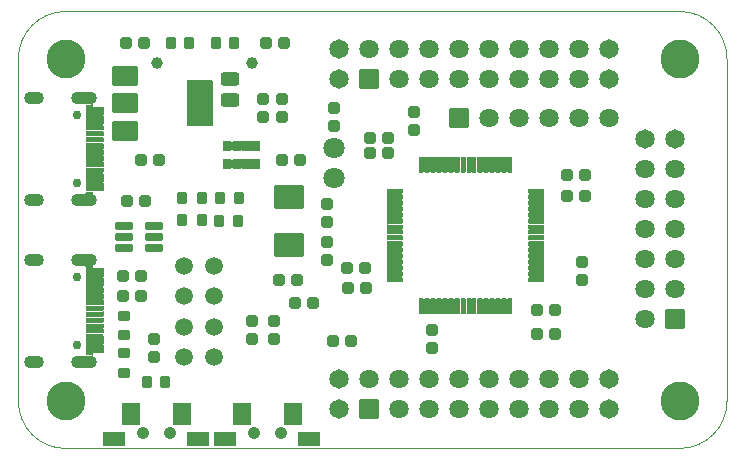
<source format=gts>
G04 #@! TF.GenerationSoftware,KiCad,Pcbnew,(7.99.0-174-g31be74b8b3)*
G04 #@! TF.CreationDate,2023-07-10T17:09:23+02:00*
G04 #@! TF.ProjectId,HydraBus,48796472-6142-4757-932e-6b696361645f,1.0 Rev1.4*
G04 #@! TF.SameCoordinates,Original*
G04 #@! TF.FileFunction,Soldermask,Top*
G04 #@! TF.FilePolarity,Negative*
%FSLAX46Y46*%
G04 Gerber Fmt 4.6, Leading zero omitted, Abs format (unit mm)*
G04 Created by KiCad (PCBNEW (7.99.0-174-g31be74b8b3)) date 2023-07-10 17:09:23*
%MOMM*%
%LPD*%
G01*
G04 APERTURE LIST*
G04 Aperture macros list*
%AMRoundRect*
0 Rectangle with rounded corners*
0 $1 Rounding radius*
0 $2 $3 $4 $5 $6 $7 $8 $9 X,Y pos of 4 corners*
0 Add a 4 corners polygon primitive as box body*
4,1,4,$2,$3,$4,$5,$6,$7,$8,$9,$2,$3,0*
0 Add four circle primitives for the rounded corners*
1,1,$1+$1,$2,$3*
1,1,$1+$1,$4,$5*
1,1,$1+$1,$6,$7*
1,1,$1+$1,$8,$9*
0 Add four rect primitives between the rounded corners*
20,1,$1+$1,$2,$3,$4,$5,0*
20,1,$1+$1,$4,$5,$6,$7,0*
20,1,$1+$1,$6,$7,$8,$9,0*
20,1,$1+$1,$8,$9,$2,$3,0*%
G04 Aperture macros list end*
G04 #@! TA.AperFunction,Profile*
%ADD10C,0.100000*%
G04 #@! TD*
%ADD11RoundRect,0.250000X-0.200000X-0.275000X0.200000X-0.275000X0.200000X0.275000X-0.200000X0.275000X0*%
%ADD12RoundRect,0.250000X0.200000X0.275000X-0.200000X0.275000X-0.200000X-0.275000X0.200000X-0.275000X0*%
%ADD13RoundRect,0.250000X-0.275000X0.200000X-0.275000X-0.200000X0.275000X-0.200000X0.275000X0.200000X0*%
%ADD14C,1.498600*%
%ADD15C,0.750000*%
%ADD16RoundRect,0.050000X-0.725000X0.300000X-0.725000X-0.300000X0.725000X-0.300000X0.725000X0.300000X0*%
%ADD17RoundRect,0.050000X-0.725000X0.150000X-0.725000X-0.150000X0.725000X-0.150000X0.725000X0.150000X0*%
%ADD18O,1.700000X1.100000*%
%ADD19O,2.200000X1.100000*%
%ADD20RoundRect,0.050000X-1.200000X-0.950000X1.200000X-0.950000X1.200000X0.950000X-1.200000X0.950000X0*%
%ADD21RoundRect,0.063500X-0.120000X0.600000X-0.120000X-0.600000X0.120000X-0.600000X0.120000X0.600000X0*%
%ADD22RoundRect,0.063500X0.600000X0.120000X-0.600000X0.120000X-0.600000X-0.120000X0.600000X-0.120000X0*%
%ADD23RoundRect,0.063500X0.120000X-0.600000X0.120000X0.600000X-0.120000X0.600000X-0.120000X-0.600000X0*%
%ADD24RoundRect,0.063500X-0.600000X-0.120000X0.600000X-0.120000X0.600000X0.120000X-0.600000X0.120000X0*%
%ADD25C,3.300000*%
%ADD26C,1.050000*%
%ADD27RoundRect,0.063500X-0.889000X-0.508000X0.889000X-0.508000X0.889000X0.508000X-0.889000X0.508000X0*%
%ADD28RoundRect,0.063500X0.698500X-0.889000X0.698500X0.889000X-0.698500X0.889000X-0.698500X-0.889000X0*%
%ADD29RoundRect,0.174625X0.333375X-0.333375X0.333375X0.333375X-0.333375X0.333375X-0.333375X-0.333375X0*%
%ADD30RoundRect,0.174625X0.333375X0.333375X-0.333375X0.333375X-0.333375X-0.333375X0.333375X-0.333375X0*%
%ADD31RoundRect,0.174625X-0.333375X-0.333375X0.333375X-0.333375X0.333375X0.333375X-0.333375X0.333375X0*%
%ADD32RoundRect,0.063500X-1.000000X1.900000X-1.000000X-1.900000X1.000000X-1.900000X1.000000X1.900000X0*%
%ADD33RoundRect,0.063500X-1.000000X0.750000X-1.000000X-0.750000X1.000000X-0.750000X1.000000X0.750000X0*%
%ADD34RoundRect,0.190500X-0.571500X0.381000X-0.571500X-0.381000X0.571500X-0.381000X0.571500X0.381000X0*%
%ADD35C,1.651000*%
%ADD36RoundRect,0.174625X-0.333375X0.333375X-0.333375X-0.333375X0.333375X-0.333375X0.333375X0.333375X0*%
%ADD37C,1.627000*%
%ADD38RoundRect,0.063500X0.750000X-0.750000X0.750000X0.750000X-0.750000X0.750000X-0.750000X-0.750000X0*%
%ADD39RoundRect,0.063500X-0.750000X-0.750000X0.750000X-0.750000X0.750000X0.750000X-0.750000X0.750000X0*%
%ADD40RoundRect,0.063500X0.660400X0.279400X-0.660400X0.279400X-0.660400X-0.279400X0.660400X-0.279400X0*%
%ADD41C,1.803400*%
%ADD42RoundRect,0.158750X-0.285750X-0.349250X0.285750X-0.349250X0.285750X0.349250X-0.285750X0.349250X0*%
%ADD43RoundRect,0.158750X0.285750X0.349250X-0.285750X0.349250X-0.285750X-0.349250X0.285750X-0.349250X0*%
%ADD44C,0.989000*%
%ADD45RoundRect,0.063500X-0.254000X-0.381000X0.254000X-0.381000X0.254000X0.381000X-0.254000X0.381000X0*%
G04 APERTURE END LIST*
D10*
X148501100Y-72003600D02*
X148501100Y-101003600D01*
X204501100Y-68003600D02*
X152501100Y-68003600D01*
X208501100Y-101003600D02*
X208501100Y-72003600D01*
X152501100Y-105003600D02*
X204501100Y-105003600D01*
X208501100Y-72003600D02*
G75*
G03*
X204501100Y-68003600I-4000000J0D01*
G01*
X152501100Y-68003600D02*
G75*
G03*
X148501100Y-72003600I0J-4000000D01*
G01*
X204501100Y-105003600D02*
G75*
G03*
X208501100Y-101003600I0J4000000D01*
G01*
X148501100Y-101003600D02*
G75*
G03*
X152501100Y-105003600I4000000J0D01*
G01*
D11*
X165545000Y-83820000D03*
X167195000Y-83820000D03*
X167140000Y-85725000D03*
X165490000Y-85725000D03*
D12*
X164020000Y-85695000D03*
X162370000Y-85695000D03*
X164020000Y-83820000D03*
X162370000Y-83820000D03*
D13*
X157480000Y-96935000D03*
X157480000Y-98585000D03*
X157480000Y-93790000D03*
X157480000Y-95440000D03*
D14*
X162560000Y-92075000D03*
X165100000Y-92075000D03*
X162560000Y-89535000D03*
X165100000Y-89535000D03*
D15*
X153509588Y-82550000D03*
X153509588Y-76770000D03*
D16*
X154954588Y-76410000D03*
X154954588Y-77210000D03*
D17*
X154954588Y-78410000D03*
X154954588Y-79410000D03*
X154954588Y-79910000D03*
X154954588Y-80910000D03*
D16*
X154954588Y-82110000D03*
X154954588Y-82910000D03*
X154954588Y-82910000D03*
X154954588Y-82110000D03*
D17*
X154954588Y-81410000D03*
X154954588Y-80410000D03*
X154954588Y-78910000D03*
X154954588Y-77910000D03*
D16*
X154954588Y-77210000D03*
X154954588Y-76410000D03*
D18*
X149859587Y-75339999D03*
D19*
X154039587Y-75339999D03*
X154039587Y-83979999D03*
D18*
X149859587Y-83979999D03*
X149859587Y-97664999D03*
D19*
X154039587Y-97664999D03*
X154039587Y-89024999D03*
D18*
X149859587Y-89024999D03*
D16*
X154954588Y-90095000D03*
X154954588Y-90895000D03*
D17*
X154954588Y-91595000D03*
X154954588Y-92595000D03*
X154954588Y-94095000D03*
X154954588Y-95095000D03*
D16*
X154954588Y-95795000D03*
X154954588Y-96595000D03*
X154954588Y-96595000D03*
X154954588Y-95795000D03*
D17*
X154954588Y-94595000D03*
X154954588Y-93595000D03*
X154954588Y-93095000D03*
X154954588Y-92095000D03*
D16*
X154954588Y-90895000D03*
X154954588Y-90095000D03*
D15*
X153509588Y-90455000D03*
X153509588Y-96235000D03*
D20*
X171450000Y-87775000D03*
X171450000Y-83675000D03*
D21*
X182615900Y-80969600D03*
X183115900Y-80969600D03*
X183615900Y-80969600D03*
X184115900Y-80969600D03*
X184615900Y-80969600D03*
X185115900Y-80969600D03*
X185615900Y-80969600D03*
X186115900Y-80969600D03*
X186615900Y-80969600D03*
X187115900Y-80969600D03*
X187615900Y-80969600D03*
X188115900Y-80969600D03*
X188615900Y-80969600D03*
X189115900Y-80969600D03*
X189615900Y-80969600D03*
X190115900Y-80969600D03*
D22*
X192365900Y-83219600D03*
X192365900Y-83719600D03*
X192365900Y-84219600D03*
X192365900Y-84719600D03*
X192365900Y-85219600D03*
X192365900Y-85719600D03*
X192365900Y-86219600D03*
X192365900Y-86719600D03*
X192365900Y-87219600D03*
X192365900Y-87719600D03*
X192365900Y-88219600D03*
X192365900Y-88719600D03*
X192365900Y-89219600D03*
X192365900Y-89719600D03*
X192365900Y-90219600D03*
X192365900Y-90719600D03*
D23*
X190115900Y-92969600D03*
X189615900Y-92969600D03*
X189115900Y-92969600D03*
X188615900Y-92969600D03*
X188115900Y-92969600D03*
X187615900Y-92969600D03*
X187115900Y-92969600D03*
X186615900Y-92969600D03*
X186115900Y-92969600D03*
X185615900Y-92969600D03*
X185115900Y-92969600D03*
X184615900Y-92969600D03*
X184115900Y-92969600D03*
X183615900Y-92969600D03*
X183115900Y-92969600D03*
X182615900Y-92969600D03*
D24*
X180365900Y-90719600D03*
X180365900Y-90219600D03*
X180365900Y-89719600D03*
X180365900Y-89219600D03*
X180365900Y-88719600D03*
X180365900Y-88219600D03*
X180365900Y-87719600D03*
X180365900Y-87219600D03*
X180365900Y-86719600D03*
X180365900Y-86219600D03*
X180365900Y-85719600D03*
X180365900Y-85219600D03*
X180365900Y-84719600D03*
X180365900Y-84219600D03*
X180365900Y-83719600D03*
X180365900Y-83219600D03*
D25*
X152501100Y-72003600D03*
X204501100Y-72003600D03*
X204501100Y-101003600D03*
X152501100Y-101003600D03*
D26*
X170733100Y-103733600D03*
X168433100Y-103733600D03*
D27*
X173139100Y-104241600D03*
X166027100Y-104241600D03*
D28*
X171742100Y-102082600D03*
X167424100Y-102082600D03*
D29*
X175260000Y-76174600D03*
X175260000Y-77698600D03*
D30*
X170561000Y-90735000D03*
X172085000Y-90735000D03*
X170803000Y-80575000D03*
X172327000Y-80575000D03*
D31*
X176657000Y-95885000D03*
X175133000Y-95885000D03*
D29*
X182029100Y-76555600D03*
X182029100Y-78079600D03*
D32*
X163843100Y-75793600D03*
D33*
X157543100Y-78093600D03*
X157543100Y-75793600D03*
X157543100Y-73493600D03*
D31*
X159258000Y-84074000D03*
X157734000Y-84074000D03*
X173482000Y-92710000D03*
X171958000Y-92710000D03*
D34*
X166408100Y-75539600D03*
X166408100Y-73761600D03*
D31*
X160439100Y-80619600D03*
X158915100Y-80619600D03*
X159169100Y-70713600D03*
X157645100Y-70713600D03*
X170980100Y-70713600D03*
X169456100Y-70713600D03*
D35*
X201587100Y-78841600D03*
X198539100Y-99161600D03*
X198539100Y-73761600D03*
X198542100Y-101695600D03*
X198539100Y-71221600D03*
X204127100Y-78841600D03*
D31*
X196507100Y-81889600D03*
X194983100Y-81889600D03*
D36*
X183527700Y-96469200D03*
X183527700Y-94945200D03*
D30*
X192443100Y-93319600D03*
X193967100Y-93319600D03*
X176364900Y-89738200D03*
X177888900Y-89738200D03*
X178308000Y-80010000D03*
X179832000Y-80010000D03*
X192443100Y-95351600D03*
X193967100Y-95351600D03*
X176403000Y-91440000D03*
X177927000Y-91440000D03*
D37*
X201587100Y-81381600D03*
X204127100Y-81381600D03*
X201587100Y-83921600D03*
X204127100Y-83921600D03*
X201587100Y-86461600D03*
X204127100Y-86461600D03*
X201587100Y-89001600D03*
X204127100Y-89001600D03*
X201587100Y-91541600D03*
X204127100Y-91541600D03*
X201587100Y-94081600D03*
D38*
X204127100Y-94081600D03*
D37*
X195999100Y-99161600D03*
X195999100Y-101701600D03*
X193459100Y-99161600D03*
X193459100Y-101701600D03*
X190919100Y-99161600D03*
X190919100Y-101701600D03*
X188379100Y-99161600D03*
X188379100Y-101701600D03*
X185839100Y-99161600D03*
X185839100Y-101701600D03*
X183299100Y-99161600D03*
X183299100Y-101701600D03*
X180759100Y-99161600D03*
X180759100Y-101701600D03*
X178219100Y-99161600D03*
D39*
X178219100Y-101701600D03*
D37*
X195999100Y-71221600D03*
X195999100Y-73761600D03*
X193459100Y-71221600D03*
X193459100Y-73761600D03*
X190919100Y-71221600D03*
X190919100Y-73761600D03*
X188379100Y-71221600D03*
X188379100Y-73761600D03*
X185839100Y-71221600D03*
X185839100Y-73761600D03*
X183299100Y-71221600D03*
X183299100Y-73761600D03*
X180759100Y-71221600D03*
X180759100Y-73761600D03*
X178219100Y-71221600D03*
D39*
X178219100Y-73761600D03*
D29*
X174625000Y-87503000D03*
X174625000Y-89027000D03*
D35*
X175679100Y-71221600D03*
X175679100Y-73761600D03*
X175679100Y-99161600D03*
X175679100Y-101701600D03*
D40*
X157480000Y-88036400D03*
X157480000Y-87096600D03*
X157480000Y-86156800D03*
X160020000Y-86156800D03*
X160020000Y-87096600D03*
X160020000Y-88036400D03*
D36*
X174625000Y-85852000D03*
X174625000Y-84328000D03*
D41*
X175260000Y-79603600D03*
X175260000Y-82143600D03*
D31*
X158877000Y-90398600D03*
X157353000Y-90398600D03*
X158877000Y-92075000D03*
X157353000Y-92075000D03*
D14*
X162560000Y-97256600D03*
X165100000Y-97256600D03*
X162560000Y-94716600D03*
X165100000Y-94716600D03*
D29*
X160020000Y-95758000D03*
X160020000Y-97282000D03*
X170180000Y-94208600D03*
X170180000Y-95732600D03*
D42*
X162979100Y-70713600D03*
X161455100Y-70713600D03*
X166789100Y-70713600D03*
X165265100Y-70713600D03*
D43*
X159423100Y-99415600D03*
X160947100Y-99415600D03*
D26*
X161335100Y-103733600D03*
X159035100Y-103733600D03*
D27*
X163741100Y-104241600D03*
X156629100Y-104241600D03*
D28*
X162344100Y-102082600D03*
X158026100Y-102082600D03*
D29*
X168275000Y-94208600D03*
X168275000Y-95732600D03*
D44*
X168252100Y-72396600D03*
X160252100Y-72396600D03*
D45*
X166179500Y-79375000D03*
X167005000Y-79375000D03*
X167767000Y-79375000D03*
X168592500Y-79375000D03*
X168592500Y-80899000D03*
X167767000Y-80899000D03*
X167005000Y-80899000D03*
X166179500Y-80899000D03*
D31*
X196507100Y-83667600D03*
X194983100Y-83667600D03*
D30*
X178308000Y-78740000D03*
X179832000Y-78740000D03*
D37*
X198539100Y-77063600D03*
X195999100Y-77063600D03*
X193459100Y-77063600D03*
X190919100Y-77063600D03*
X188379100Y-77063600D03*
D39*
X185839100Y-77063600D03*
D29*
X196253100Y-89255600D03*
X196253100Y-90779600D03*
D36*
X169185000Y-76972000D03*
X169185000Y-75448000D03*
D29*
X170815000Y-75438000D03*
X170815000Y-76962000D03*
G36*
X154195061Y-96927994D02*
G01*
X154195675Y-96928913D01*
X154211233Y-96939309D01*
X154229787Y-96943000D01*
X154907155Y-96943000D01*
X154908796Y-96943857D01*
X154909031Y-96945694D01*
X154907657Y-96946936D01*
X154847416Y-96962558D01*
X154802730Y-97005134D01*
X154784369Y-97064057D01*
X154796958Y-97124480D01*
X154837497Y-97171369D01*
X154890270Y-97207796D01*
X154891130Y-97209565D01*
X154890060Y-97211215D01*
X154888095Y-97211151D01*
X154807905Y-97162386D01*
X154664135Y-97122103D01*
X154589525Y-97117000D01*
X154086640Y-97117000D01*
X154085005Y-97116152D01*
X154084757Y-97114326D01*
X154086107Y-97113072D01*
X154149836Y-97095435D01*
X154195049Y-97047947D01*
X154209415Y-96983970D01*
X154191499Y-96929732D01*
X154191792Y-96927914D01*
X154193447Y-96927106D01*
X154195061Y-96927994D01*
G37*
G36*
X154197651Y-96130233D02*
G01*
X154211233Y-96139309D01*
X154229787Y-96143000D01*
X155679389Y-96143000D01*
X155697942Y-96139309D01*
X155711524Y-96130234D01*
X155713153Y-96129965D01*
X155714429Y-96131012D01*
X155714483Y-96132662D01*
X155698598Y-96171012D01*
X155698598Y-96218988D01*
X155714483Y-96257337D01*
X155714429Y-96258987D01*
X155713153Y-96260034D01*
X155711524Y-96259765D01*
X155697942Y-96250690D01*
X155679389Y-96247000D01*
X154229787Y-96247000D01*
X154211233Y-96250690D01*
X154197651Y-96259766D01*
X154196022Y-96260035D01*
X154194746Y-96258988D01*
X154194692Y-96257338D01*
X154210577Y-96218988D01*
X154210577Y-96171012D01*
X154194692Y-96132661D01*
X154194746Y-96131011D01*
X154196022Y-96129964D01*
X154197651Y-96130233D01*
G37*
G36*
X154200561Y-95282178D02*
G01*
X154211233Y-95289309D01*
X154229787Y-95293000D01*
X155679389Y-95293000D01*
X155697942Y-95289309D01*
X155708612Y-95282179D01*
X155710366Y-95281948D01*
X155711617Y-95283199D01*
X155711386Y-95284953D01*
X155702136Y-95298797D01*
X155702931Y-95300086D01*
X155702428Y-95301674D01*
X155693033Y-95312038D01*
X155678511Y-95369999D01*
X155693033Y-95427961D01*
X155702428Y-95438325D01*
X155702931Y-95439912D01*
X155702137Y-95441202D01*
X155711387Y-95455047D01*
X155711618Y-95456801D01*
X155710367Y-95458052D01*
X155708613Y-95457821D01*
X155697942Y-95450690D01*
X155679389Y-95447000D01*
X154229787Y-95447000D01*
X154211233Y-95450690D01*
X154200562Y-95457821D01*
X154198808Y-95458052D01*
X154197557Y-95456801D01*
X154197788Y-95455047D01*
X154207038Y-95441202D01*
X154206243Y-95439912D01*
X154206746Y-95438324D01*
X154216148Y-95427949D01*
X154230663Y-95370000D01*
X154216148Y-95312050D01*
X154206746Y-95301675D01*
X154206243Y-95300087D01*
X154207038Y-95298796D01*
X154197787Y-95284952D01*
X154197556Y-95283198D01*
X154198807Y-95281947D01*
X154200561Y-95282178D01*
G37*
G36*
X154197651Y-94780233D02*
G01*
X154211233Y-94789309D01*
X154229787Y-94793000D01*
X155679389Y-94793000D01*
X155697942Y-94789309D01*
X155711524Y-94780234D01*
X155713153Y-94779965D01*
X155714429Y-94781012D01*
X155714483Y-94782662D01*
X155698598Y-94821012D01*
X155698598Y-94868988D01*
X155714483Y-94907337D01*
X155714429Y-94908987D01*
X155713153Y-94910034D01*
X155711524Y-94909765D01*
X155697942Y-94900690D01*
X155679389Y-94897000D01*
X154229787Y-94897000D01*
X154211233Y-94900690D01*
X154197651Y-94909766D01*
X154196022Y-94910035D01*
X154194746Y-94908988D01*
X154194692Y-94907338D01*
X154210577Y-94868988D01*
X154210577Y-94821012D01*
X154194692Y-94782661D01*
X154194746Y-94781011D01*
X154196022Y-94779964D01*
X154197651Y-94780233D01*
G37*
G36*
X154197651Y-94280233D02*
G01*
X154211233Y-94289309D01*
X154229787Y-94293000D01*
X155679389Y-94293000D01*
X155697942Y-94289309D01*
X155711524Y-94280234D01*
X155713153Y-94279965D01*
X155714429Y-94281012D01*
X155714483Y-94282662D01*
X155698598Y-94321012D01*
X155698598Y-94368988D01*
X155714483Y-94407337D01*
X155714429Y-94408987D01*
X155713153Y-94410034D01*
X155711524Y-94409765D01*
X155697942Y-94400690D01*
X155679389Y-94397000D01*
X154229787Y-94397000D01*
X154211233Y-94400690D01*
X154197651Y-94409766D01*
X154196022Y-94410035D01*
X154194746Y-94408988D01*
X154194692Y-94407338D01*
X154210577Y-94368988D01*
X154210577Y-94321012D01*
X154194692Y-94282661D01*
X154194746Y-94281011D01*
X154196022Y-94279964D01*
X154197651Y-94280233D01*
G37*
G36*
X154197651Y-93780233D02*
G01*
X154211233Y-93789309D01*
X154229787Y-93793000D01*
X155679389Y-93793000D01*
X155697942Y-93789309D01*
X155711524Y-93780234D01*
X155713153Y-93779965D01*
X155714429Y-93781012D01*
X155714483Y-93782662D01*
X155698598Y-93821012D01*
X155698598Y-93868988D01*
X155714483Y-93907337D01*
X155714429Y-93908987D01*
X155713153Y-93910034D01*
X155711524Y-93909765D01*
X155697942Y-93900690D01*
X155679389Y-93897000D01*
X154229787Y-93897000D01*
X154211233Y-93900690D01*
X154197651Y-93909766D01*
X154196022Y-93910035D01*
X154194746Y-93908988D01*
X154194692Y-93907338D01*
X154210577Y-93868988D01*
X154210577Y-93821012D01*
X154194692Y-93782661D01*
X154194746Y-93781011D01*
X154196022Y-93779964D01*
X154197651Y-93780233D01*
G37*
G36*
X189949407Y-92329272D02*
G01*
X189949176Y-92331026D01*
X189939118Y-92346079D01*
X189934400Y-92369799D01*
X189934400Y-93569401D01*
X189939118Y-93593120D01*
X189949174Y-93608170D01*
X189949405Y-93609924D01*
X189948154Y-93611175D01*
X189946400Y-93610944D01*
X189934399Y-93602925D01*
X189889888Y-93584489D01*
X189841912Y-93584489D01*
X189797400Y-93602925D01*
X189785399Y-93610943D01*
X189783645Y-93611174D01*
X189782394Y-93609923D01*
X189782625Y-93608169D01*
X189792681Y-93593120D01*
X189797400Y-93569401D01*
X189797400Y-92369799D01*
X189792681Y-92346079D01*
X189782623Y-92331027D01*
X189782392Y-92329273D01*
X189783643Y-92328022D01*
X189785397Y-92328253D01*
X189797402Y-92336274D01*
X189841912Y-92354710D01*
X189889888Y-92354710D01*
X189934397Y-92336274D01*
X189946402Y-92328252D01*
X189948156Y-92328021D01*
X189949407Y-92329272D01*
G37*
G36*
X189449407Y-92329272D02*
G01*
X189449176Y-92331026D01*
X189439118Y-92346079D01*
X189434400Y-92369799D01*
X189434400Y-93569401D01*
X189439118Y-93593120D01*
X189449174Y-93608170D01*
X189449405Y-93609924D01*
X189448154Y-93611175D01*
X189446400Y-93610944D01*
X189434399Y-93602925D01*
X189389888Y-93584489D01*
X189341912Y-93584489D01*
X189297400Y-93602925D01*
X189285399Y-93610943D01*
X189283645Y-93611174D01*
X189282394Y-93609923D01*
X189282625Y-93608169D01*
X189292681Y-93593120D01*
X189297400Y-93569401D01*
X189297400Y-92369799D01*
X189292681Y-92346079D01*
X189282623Y-92331027D01*
X189282392Y-92329273D01*
X189283643Y-92328022D01*
X189285397Y-92328253D01*
X189297402Y-92336274D01*
X189341912Y-92354710D01*
X189389888Y-92354710D01*
X189434397Y-92336274D01*
X189446402Y-92328252D01*
X189448156Y-92328021D01*
X189449407Y-92329272D01*
G37*
G36*
X188949407Y-92329272D02*
G01*
X188949176Y-92331026D01*
X188939118Y-92346079D01*
X188934400Y-92369799D01*
X188934400Y-93569401D01*
X188939118Y-93593120D01*
X188949174Y-93608170D01*
X188949405Y-93609924D01*
X188948154Y-93611175D01*
X188946400Y-93610944D01*
X188934399Y-93602925D01*
X188889888Y-93584489D01*
X188841912Y-93584489D01*
X188797400Y-93602925D01*
X188785399Y-93610943D01*
X188783645Y-93611174D01*
X188782394Y-93609923D01*
X188782625Y-93608169D01*
X188792681Y-93593120D01*
X188797400Y-93569401D01*
X188797400Y-92369799D01*
X188792681Y-92346079D01*
X188782623Y-92331027D01*
X188782392Y-92329273D01*
X188783643Y-92328022D01*
X188785397Y-92328253D01*
X188797402Y-92336274D01*
X188841912Y-92354710D01*
X188889888Y-92354710D01*
X188934397Y-92336274D01*
X188946402Y-92328252D01*
X188948156Y-92328021D01*
X188949407Y-92329272D01*
G37*
G36*
X188449407Y-92329272D02*
G01*
X188449176Y-92331026D01*
X188439118Y-92346079D01*
X188434400Y-92369799D01*
X188434400Y-93569401D01*
X188439118Y-93593120D01*
X188449174Y-93608170D01*
X188449405Y-93609924D01*
X188448154Y-93611175D01*
X188446400Y-93610944D01*
X188434399Y-93602925D01*
X188389888Y-93584489D01*
X188341912Y-93584489D01*
X188297400Y-93602925D01*
X188285399Y-93610943D01*
X188283645Y-93611174D01*
X188282394Y-93609923D01*
X188282625Y-93608169D01*
X188292681Y-93593120D01*
X188297400Y-93569401D01*
X188297400Y-92369799D01*
X188292681Y-92346079D01*
X188282623Y-92331027D01*
X188282392Y-92329273D01*
X188283643Y-92328022D01*
X188285397Y-92328253D01*
X188297402Y-92336274D01*
X188341912Y-92354710D01*
X188389888Y-92354710D01*
X188434397Y-92336274D01*
X188446402Y-92328252D01*
X188448156Y-92328021D01*
X188449407Y-92329272D01*
G37*
G36*
X187949407Y-92329272D02*
G01*
X187949176Y-92331026D01*
X187939118Y-92346079D01*
X187934400Y-92369799D01*
X187934400Y-93569401D01*
X187939118Y-93593120D01*
X187949174Y-93608170D01*
X187949405Y-93609924D01*
X187948154Y-93611175D01*
X187946400Y-93610944D01*
X187934399Y-93602925D01*
X187889888Y-93584489D01*
X187841912Y-93584489D01*
X187797400Y-93602925D01*
X187785399Y-93610943D01*
X187783645Y-93611174D01*
X187782394Y-93609923D01*
X187782625Y-93608169D01*
X187792681Y-93593120D01*
X187797400Y-93569401D01*
X187797400Y-92369799D01*
X187792681Y-92346079D01*
X187782623Y-92331027D01*
X187782392Y-92329273D01*
X187783643Y-92328022D01*
X187785397Y-92328253D01*
X187797402Y-92336274D01*
X187841912Y-92354710D01*
X187889888Y-92354710D01*
X187934397Y-92336274D01*
X187946402Y-92328252D01*
X187948156Y-92328021D01*
X187949407Y-92329272D01*
G37*
G36*
X187449407Y-92329272D02*
G01*
X187449176Y-92331026D01*
X187439118Y-92346079D01*
X187434400Y-92369799D01*
X187434400Y-93569401D01*
X187439118Y-93593120D01*
X187449174Y-93608170D01*
X187449405Y-93609924D01*
X187448154Y-93611175D01*
X187446400Y-93610944D01*
X187434399Y-93602925D01*
X187389888Y-93584489D01*
X187341912Y-93584489D01*
X187297400Y-93602925D01*
X187285399Y-93610943D01*
X187283645Y-93611174D01*
X187282394Y-93609923D01*
X187282625Y-93608169D01*
X187292681Y-93593120D01*
X187297400Y-93569401D01*
X187297400Y-92369799D01*
X187292681Y-92346079D01*
X187282623Y-92331027D01*
X187282392Y-92329273D01*
X187283643Y-92328022D01*
X187285397Y-92328253D01*
X187297402Y-92336274D01*
X187341912Y-92354710D01*
X187389888Y-92354710D01*
X187434397Y-92336274D01*
X187446402Y-92328252D01*
X187448156Y-92328021D01*
X187449407Y-92329272D01*
G37*
G36*
X186949407Y-92329272D02*
G01*
X186949176Y-92331026D01*
X186939118Y-92346079D01*
X186934400Y-92369799D01*
X186934400Y-93569401D01*
X186939118Y-93593120D01*
X186949174Y-93608170D01*
X186949405Y-93609924D01*
X186948154Y-93611175D01*
X186946400Y-93610944D01*
X186934399Y-93602925D01*
X186889888Y-93584489D01*
X186841912Y-93584489D01*
X186797400Y-93602925D01*
X186785399Y-93610943D01*
X186783645Y-93611174D01*
X186782394Y-93609923D01*
X186782625Y-93608169D01*
X186792681Y-93593120D01*
X186797400Y-93569401D01*
X186797400Y-92369799D01*
X186792681Y-92346079D01*
X186782623Y-92331027D01*
X186782392Y-92329273D01*
X186783643Y-92328022D01*
X186785397Y-92328253D01*
X186797402Y-92336274D01*
X186841912Y-92354710D01*
X186889888Y-92354710D01*
X186934397Y-92336274D01*
X186946402Y-92328252D01*
X186948156Y-92328021D01*
X186949407Y-92329272D01*
G37*
G36*
X186449407Y-92329272D02*
G01*
X186449176Y-92331026D01*
X186439118Y-92346079D01*
X186434400Y-92369799D01*
X186434400Y-93569401D01*
X186439118Y-93593120D01*
X186449174Y-93608170D01*
X186449405Y-93609924D01*
X186448154Y-93611175D01*
X186446400Y-93610944D01*
X186434399Y-93602925D01*
X186389888Y-93584489D01*
X186341912Y-93584489D01*
X186297400Y-93602925D01*
X186285399Y-93610943D01*
X186283645Y-93611174D01*
X186282394Y-93609923D01*
X186282625Y-93608169D01*
X186292681Y-93593120D01*
X186297400Y-93569401D01*
X186297400Y-92369799D01*
X186292681Y-92346079D01*
X186282623Y-92331027D01*
X186282392Y-92329273D01*
X186283643Y-92328022D01*
X186285397Y-92328253D01*
X186297402Y-92336274D01*
X186341912Y-92354710D01*
X186389888Y-92354710D01*
X186434397Y-92336274D01*
X186446402Y-92328252D01*
X186448156Y-92328021D01*
X186449407Y-92329272D01*
G37*
G36*
X185949407Y-92329272D02*
G01*
X185949176Y-92331026D01*
X185939118Y-92346079D01*
X185934400Y-92369799D01*
X185934400Y-93569401D01*
X185939118Y-93593120D01*
X185949174Y-93608170D01*
X185949405Y-93609924D01*
X185948154Y-93611175D01*
X185946400Y-93610944D01*
X185934399Y-93602925D01*
X185889888Y-93584489D01*
X185841912Y-93584489D01*
X185797400Y-93602925D01*
X185785399Y-93610943D01*
X185783645Y-93611174D01*
X185782394Y-93609923D01*
X185782625Y-93608169D01*
X185792681Y-93593120D01*
X185797400Y-93569401D01*
X185797400Y-92369799D01*
X185792681Y-92346079D01*
X185782623Y-92331027D01*
X185782392Y-92329273D01*
X185783643Y-92328022D01*
X185785397Y-92328253D01*
X185797402Y-92336274D01*
X185841912Y-92354710D01*
X185889888Y-92354710D01*
X185934397Y-92336274D01*
X185946402Y-92328252D01*
X185948156Y-92328021D01*
X185949407Y-92329272D01*
G37*
G36*
X185449407Y-92329272D02*
G01*
X185449176Y-92331026D01*
X185439118Y-92346079D01*
X185434400Y-92369799D01*
X185434400Y-93569401D01*
X185439118Y-93593120D01*
X185449174Y-93608170D01*
X185449405Y-93609924D01*
X185448154Y-93611175D01*
X185446400Y-93610944D01*
X185434399Y-93602925D01*
X185389888Y-93584489D01*
X185341912Y-93584489D01*
X185297400Y-93602925D01*
X185285399Y-93610943D01*
X185283645Y-93611174D01*
X185282394Y-93609923D01*
X185282625Y-93608169D01*
X185292681Y-93593120D01*
X185297400Y-93569401D01*
X185297400Y-92369799D01*
X185292681Y-92346079D01*
X185282623Y-92331027D01*
X185282392Y-92329273D01*
X185283643Y-92328022D01*
X185285397Y-92328253D01*
X185297402Y-92336274D01*
X185341912Y-92354710D01*
X185389888Y-92354710D01*
X185434397Y-92336274D01*
X185446402Y-92328252D01*
X185448156Y-92328021D01*
X185449407Y-92329272D01*
G37*
G36*
X184949407Y-92329272D02*
G01*
X184949176Y-92331026D01*
X184939118Y-92346079D01*
X184934400Y-92369799D01*
X184934400Y-93569401D01*
X184939118Y-93593120D01*
X184949174Y-93608170D01*
X184949405Y-93609924D01*
X184948154Y-93611175D01*
X184946400Y-93610944D01*
X184934399Y-93602925D01*
X184889888Y-93584489D01*
X184841912Y-93584489D01*
X184797400Y-93602925D01*
X184785399Y-93610943D01*
X184783645Y-93611174D01*
X184782394Y-93609923D01*
X184782625Y-93608169D01*
X184792681Y-93593120D01*
X184797400Y-93569401D01*
X184797400Y-92369799D01*
X184792681Y-92346079D01*
X184782623Y-92331027D01*
X184782392Y-92329273D01*
X184783643Y-92328022D01*
X184785397Y-92328253D01*
X184797402Y-92336274D01*
X184841912Y-92354710D01*
X184889888Y-92354710D01*
X184934397Y-92336274D01*
X184946402Y-92328252D01*
X184948156Y-92328021D01*
X184949407Y-92329272D01*
G37*
G36*
X184449407Y-92329272D02*
G01*
X184449176Y-92331026D01*
X184439118Y-92346079D01*
X184434400Y-92369799D01*
X184434400Y-93569401D01*
X184439118Y-93593120D01*
X184449174Y-93608170D01*
X184449405Y-93609924D01*
X184448154Y-93611175D01*
X184446400Y-93610944D01*
X184434399Y-93602925D01*
X184389888Y-93584489D01*
X184341912Y-93584489D01*
X184297400Y-93602925D01*
X184285399Y-93610943D01*
X184283645Y-93611174D01*
X184282394Y-93609923D01*
X184282625Y-93608169D01*
X184292681Y-93593120D01*
X184297400Y-93569401D01*
X184297400Y-92369799D01*
X184292681Y-92346079D01*
X184282623Y-92331027D01*
X184282392Y-92329273D01*
X184283643Y-92328022D01*
X184285397Y-92328253D01*
X184297402Y-92336274D01*
X184341912Y-92354710D01*
X184389888Y-92354710D01*
X184434397Y-92336274D01*
X184446402Y-92328252D01*
X184448156Y-92328021D01*
X184449407Y-92329272D01*
G37*
G36*
X183949407Y-92329272D02*
G01*
X183949176Y-92331026D01*
X183939118Y-92346079D01*
X183934400Y-92369799D01*
X183934400Y-93569401D01*
X183939118Y-93593120D01*
X183949174Y-93608170D01*
X183949405Y-93609924D01*
X183948154Y-93611175D01*
X183946400Y-93610944D01*
X183934399Y-93602925D01*
X183889888Y-93584489D01*
X183841912Y-93584489D01*
X183797400Y-93602925D01*
X183785399Y-93610943D01*
X183783645Y-93611174D01*
X183782394Y-93609923D01*
X183782625Y-93608169D01*
X183792681Y-93593120D01*
X183797400Y-93569401D01*
X183797400Y-92369799D01*
X183792681Y-92346079D01*
X183782623Y-92331027D01*
X183782392Y-92329273D01*
X183783643Y-92328022D01*
X183785397Y-92328253D01*
X183797402Y-92336274D01*
X183841912Y-92354710D01*
X183889888Y-92354710D01*
X183934397Y-92336274D01*
X183946402Y-92328252D01*
X183948156Y-92328021D01*
X183949407Y-92329272D01*
G37*
G36*
X183449407Y-92329272D02*
G01*
X183449176Y-92331026D01*
X183439118Y-92346079D01*
X183434400Y-92369799D01*
X183434400Y-93569401D01*
X183439118Y-93593120D01*
X183449174Y-93608170D01*
X183449405Y-93609924D01*
X183448154Y-93611175D01*
X183446400Y-93610944D01*
X183434399Y-93602925D01*
X183389888Y-93584489D01*
X183341912Y-93584489D01*
X183297400Y-93602925D01*
X183285399Y-93610943D01*
X183283645Y-93611174D01*
X183282394Y-93609923D01*
X183282625Y-93608169D01*
X183292681Y-93593120D01*
X183297400Y-93569401D01*
X183297400Y-92369799D01*
X183292681Y-92346079D01*
X183282623Y-92331027D01*
X183282392Y-92329273D01*
X183283643Y-92328022D01*
X183285397Y-92328253D01*
X183297402Y-92336274D01*
X183341912Y-92354710D01*
X183389888Y-92354710D01*
X183434397Y-92336274D01*
X183446402Y-92328252D01*
X183448156Y-92328021D01*
X183449407Y-92329272D01*
G37*
G36*
X182949407Y-92329272D02*
G01*
X182949176Y-92331026D01*
X182939118Y-92346079D01*
X182934400Y-92369799D01*
X182934400Y-93569401D01*
X182939118Y-93593120D01*
X182949174Y-93608170D01*
X182949405Y-93609924D01*
X182948154Y-93611175D01*
X182946400Y-93610944D01*
X182934399Y-93602925D01*
X182889888Y-93584489D01*
X182841912Y-93584489D01*
X182797400Y-93602925D01*
X182785399Y-93610943D01*
X182783645Y-93611174D01*
X182782394Y-93609923D01*
X182782625Y-93608169D01*
X182792681Y-93593120D01*
X182797400Y-93569401D01*
X182797400Y-92369799D01*
X182792681Y-92346079D01*
X182782623Y-92331027D01*
X182782392Y-92329273D01*
X182783643Y-92328022D01*
X182785397Y-92328253D01*
X182797402Y-92336274D01*
X182841912Y-92354710D01*
X182889888Y-92354710D01*
X182934397Y-92336274D01*
X182946402Y-92328252D01*
X182948156Y-92328021D01*
X182949407Y-92329272D01*
G37*
G36*
X154197651Y-93280233D02*
G01*
X154211233Y-93289309D01*
X154229787Y-93293000D01*
X155679389Y-93293000D01*
X155697942Y-93289309D01*
X155711524Y-93280234D01*
X155713153Y-93279965D01*
X155714429Y-93281012D01*
X155714483Y-93282662D01*
X155698598Y-93321012D01*
X155698598Y-93368988D01*
X155714483Y-93407337D01*
X155714429Y-93408987D01*
X155713153Y-93410034D01*
X155711524Y-93409765D01*
X155697942Y-93400690D01*
X155679389Y-93397000D01*
X154229787Y-93397000D01*
X154211233Y-93400690D01*
X154197651Y-93409766D01*
X154196022Y-93410035D01*
X154194746Y-93408988D01*
X154194692Y-93407338D01*
X154210577Y-93368988D01*
X154210577Y-93321012D01*
X154194692Y-93282661D01*
X154194746Y-93281011D01*
X154196022Y-93279964D01*
X154197651Y-93280233D01*
G37*
G36*
X154197651Y-92780233D02*
G01*
X154211233Y-92789309D01*
X154229787Y-92793000D01*
X155679389Y-92793000D01*
X155697942Y-92789309D01*
X155711524Y-92780234D01*
X155713153Y-92779965D01*
X155714429Y-92781012D01*
X155714483Y-92782662D01*
X155698598Y-92821012D01*
X155698598Y-92868988D01*
X155714483Y-92907337D01*
X155714429Y-92908987D01*
X155713153Y-92910034D01*
X155711524Y-92909765D01*
X155697942Y-92900690D01*
X155679389Y-92897000D01*
X154229787Y-92897000D01*
X154211233Y-92900690D01*
X154197651Y-92909766D01*
X154196022Y-92910035D01*
X154194746Y-92908988D01*
X154194692Y-92907338D01*
X154210577Y-92868988D01*
X154210577Y-92821012D01*
X154194692Y-92782661D01*
X154194746Y-92781011D01*
X154196022Y-92779964D01*
X154197651Y-92780233D01*
G37*
G36*
X154197651Y-92280233D02*
G01*
X154211233Y-92289309D01*
X154229787Y-92293000D01*
X155679389Y-92293000D01*
X155697942Y-92289309D01*
X155711524Y-92280234D01*
X155713153Y-92279965D01*
X155714429Y-92281012D01*
X155714483Y-92282662D01*
X155698598Y-92321012D01*
X155698598Y-92368988D01*
X155714483Y-92407337D01*
X155714429Y-92408987D01*
X155713153Y-92410034D01*
X155711524Y-92409765D01*
X155697942Y-92400690D01*
X155679389Y-92397000D01*
X154229787Y-92397000D01*
X154211233Y-92400690D01*
X154197651Y-92409766D01*
X154196022Y-92410035D01*
X154194746Y-92408988D01*
X154194692Y-92407338D01*
X154210577Y-92368988D01*
X154210577Y-92321012D01*
X154194692Y-92282661D01*
X154194746Y-92281011D01*
X154196022Y-92279964D01*
X154197651Y-92280233D01*
G37*
G36*
X155714429Y-91781012D02*
G01*
X155714483Y-91782662D01*
X155698598Y-91821012D01*
X155698598Y-91868988D01*
X155714483Y-91907337D01*
X155714429Y-91908987D01*
X155713153Y-91910034D01*
X155711524Y-91909765D01*
X155697942Y-91900690D01*
X155679389Y-91897000D01*
X154229787Y-91897000D01*
X154211233Y-91900690D01*
X154197651Y-91909766D01*
X154196022Y-91910035D01*
X154194746Y-91908988D01*
X154194692Y-91907338D01*
X154210577Y-91868984D01*
X154210577Y-91821010D01*
X154194692Y-91782662D01*
X154194746Y-91781012D01*
X154196022Y-91779965D01*
X154197651Y-91780234D01*
X154211233Y-91789309D01*
X154229787Y-91793000D01*
X155679389Y-91793000D01*
X155697942Y-91789309D01*
X155711524Y-91780234D01*
X155713153Y-91779965D01*
X155714429Y-91781012D01*
G37*
G36*
X154200561Y-91232178D02*
G01*
X154211233Y-91239309D01*
X154229787Y-91243000D01*
X155679389Y-91243000D01*
X155697942Y-91239309D01*
X155708612Y-91232179D01*
X155710366Y-91231948D01*
X155711617Y-91233199D01*
X155711386Y-91234953D01*
X155702136Y-91248797D01*
X155702931Y-91250086D01*
X155702428Y-91251674D01*
X155693033Y-91262038D01*
X155678511Y-91320000D01*
X155693033Y-91377961D01*
X155702428Y-91388325D01*
X155702931Y-91389912D01*
X155702137Y-91391202D01*
X155711387Y-91405047D01*
X155711618Y-91406801D01*
X155710367Y-91408052D01*
X155708613Y-91407821D01*
X155697942Y-91400690D01*
X155679389Y-91397000D01*
X154229787Y-91397000D01*
X154211233Y-91400690D01*
X154200562Y-91407821D01*
X154198808Y-91408052D01*
X154197557Y-91406801D01*
X154197788Y-91405047D01*
X154207038Y-91391202D01*
X154206243Y-91389912D01*
X154206746Y-91388324D01*
X154216148Y-91377949D01*
X154230663Y-91320000D01*
X154216148Y-91262050D01*
X154206746Y-91251675D01*
X154206243Y-91250087D01*
X154207038Y-91248796D01*
X154197787Y-91234952D01*
X154197556Y-91233198D01*
X154198807Y-91231947D01*
X154200561Y-91232178D01*
G37*
G36*
X154197651Y-90430233D02*
G01*
X154211233Y-90439309D01*
X154229787Y-90443000D01*
X155679389Y-90443000D01*
X155697942Y-90439309D01*
X155711524Y-90430234D01*
X155713153Y-90429965D01*
X155714429Y-90431012D01*
X155714483Y-90432662D01*
X155698598Y-90471012D01*
X155698598Y-90518988D01*
X155714483Y-90557337D01*
X155714429Y-90558987D01*
X155713153Y-90560034D01*
X155711524Y-90559765D01*
X155697942Y-90550690D01*
X155679389Y-90547000D01*
X154229787Y-90547000D01*
X154211233Y-90550690D01*
X154197651Y-90559766D01*
X154196022Y-90560035D01*
X154194746Y-90558988D01*
X154194692Y-90557338D01*
X154210577Y-90518988D01*
X154210577Y-90471012D01*
X154194692Y-90432661D01*
X154194746Y-90431011D01*
X154196022Y-90429964D01*
X154197651Y-90430233D01*
G37*
G36*
X191727327Y-90386323D02*
G01*
X191742379Y-90396381D01*
X191766099Y-90401100D01*
X192965701Y-90401100D01*
X192989420Y-90396381D01*
X193004471Y-90386325D01*
X193006225Y-90386094D01*
X193007476Y-90387345D01*
X193007245Y-90389099D01*
X192999226Y-90401099D01*
X192980789Y-90445610D01*
X192980789Y-90493586D01*
X192999224Y-90538097D01*
X193007244Y-90550100D01*
X193007475Y-90551854D01*
X193006224Y-90553105D01*
X193004470Y-90552874D01*
X192989420Y-90542818D01*
X192965701Y-90538100D01*
X191766099Y-90538100D01*
X191742379Y-90542818D01*
X191727326Y-90552876D01*
X191725572Y-90553107D01*
X191724321Y-90551856D01*
X191724552Y-90550102D01*
X191732574Y-90538097D01*
X191751010Y-90493588D01*
X191751010Y-90445612D01*
X191732574Y-90401102D01*
X191724553Y-90389097D01*
X191724322Y-90387343D01*
X191725573Y-90386092D01*
X191727327Y-90386323D01*
G37*
G36*
X179727327Y-90386323D02*
G01*
X179742379Y-90396381D01*
X179766099Y-90401100D01*
X180965701Y-90401100D01*
X180989420Y-90396381D01*
X181004471Y-90386325D01*
X181006225Y-90386094D01*
X181007476Y-90387345D01*
X181007245Y-90389099D01*
X180999226Y-90401099D01*
X180980789Y-90445610D01*
X180980789Y-90493586D01*
X180999224Y-90538097D01*
X181007244Y-90550100D01*
X181007475Y-90551854D01*
X181006224Y-90553105D01*
X181004470Y-90552874D01*
X180989420Y-90542818D01*
X180965701Y-90538100D01*
X179766099Y-90538100D01*
X179742379Y-90542818D01*
X179727326Y-90552876D01*
X179725572Y-90553107D01*
X179724321Y-90551856D01*
X179724552Y-90550102D01*
X179732574Y-90538097D01*
X179751010Y-90493588D01*
X179751010Y-90445612D01*
X179732574Y-90401102D01*
X179724553Y-90389097D01*
X179724322Y-90387343D01*
X179725573Y-90386092D01*
X179727327Y-90386323D01*
G37*
G36*
X191727327Y-89886323D02*
G01*
X191742379Y-89896381D01*
X191766099Y-89901100D01*
X192965701Y-89901100D01*
X192989420Y-89896381D01*
X193004469Y-89886325D01*
X193006223Y-89886094D01*
X193007474Y-89887345D01*
X193007243Y-89889099D01*
X192999225Y-89901100D01*
X192980789Y-89945612D01*
X192980789Y-89993588D01*
X192999225Y-90038099D01*
X193007244Y-90050100D01*
X193007475Y-90051854D01*
X193006224Y-90053105D01*
X193004470Y-90052874D01*
X192989420Y-90042818D01*
X192965701Y-90038100D01*
X191766099Y-90038100D01*
X191742379Y-90042818D01*
X191727326Y-90052876D01*
X191725572Y-90053107D01*
X191724321Y-90051856D01*
X191724552Y-90050102D01*
X191732574Y-90038097D01*
X191751010Y-89993588D01*
X191751010Y-89945612D01*
X191732574Y-89901102D01*
X191724553Y-89889097D01*
X191724322Y-89887343D01*
X191725573Y-89886092D01*
X191727327Y-89886323D01*
G37*
G36*
X179727327Y-89886323D02*
G01*
X179742379Y-89896381D01*
X179766099Y-89901100D01*
X180965701Y-89901100D01*
X180989420Y-89896381D01*
X181004469Y-89886325D01*
X181006223Y-89886094D01*
X181007474Y-89887345D01*
X181007243Y-89889099D01*
X180999225Y-89901100D01*
X180980789Y-89945612D01*
X180980789Y-89993588D01*
X180999225Y-90038099D01*
X181007244Y-90050100D01*
X181007475Y-90051854D01*
X181006224Y-90053105D01*
X181004470Y-90052874D01*
X180989420Y-90042818D01*
X180965701Y-90038100D01*
X179766099Y-90038100D01*
X179742379Y-90042818D01*
X179727326Y-90052876D01*
X179725572Y-90053107D01*
X179724321Y-90051856D01*
X179724552Y-90050102D01*
X179732574Y-90038097D01*
X179751010Y-89993588D01*
X179751010Y-89945612D01*
X179732574Y-89901102D01*
X179724553Y-89889097D01*
X179724322Y-89887343D01*
X179725573Y-89886092D01*
X179727327Y-89886323D01*
G37*
G36*
X154857431Y-89501507D02*
G01*
X154858347Y-89503156D01*
X154857483Y-89504834D01*
X154837498Y-89518629D01*
X154796959Y-89565517D01*
X154784369Y-89625941D01*
X154802730Y-89684863D01*
X154847416Y-89727440D01*
X154907661Y-89743064D01*
X154909035Y-89744306D01*
X154908800Y-89746143D01*
X154907159Y-89747000D01*
X154229787Y-89747000D01*
X154211233Y-89750690D01*
X154195675Y-89761086D01*
X154195061Y-89762006D01*
X154193447Y-89762893D01*
X154191791Y-89762085D01*
X154191499Y-89760267D01*
X154209415Y-89706029D01*
X154195049Y-89642052D01*
X154149836Y-89594564D01*
X154086107Y-89576928D01*
X154084757Y-89575674D01*
X154085005Y-89573848D01*
X154086640Y-89573000D01*
X154589454Y-89573000D01*
X154737431Y-89552661D01*
X154855550Y-89501354D01*
X154857431Y-89501507D01*
G37*
G36*
X191727327Y-89386324D02*
G01*
X191742379Y-89396381D01*
X191766099Y-89401100D01*
X192965701Y-89401100D01*
X192989420Y-89396381D01*
X193004469Y-89386325D01*
X193006223Y-89386094D01*
X193007474Y-89387345D01*
X193007243Y-89389099D01*
X192999225Y-89401100D01*
X192980789Y-89445612D01*
X192980789Y-89493588D01*
X192999225Y-89538099D01*
X193007244Y-89550100D01*
X193007475Y-89551854D01*
X193006224Y-89553105D01*
X193004470Y-89552874D01*
X192989420Y-89542818D01*
X192965701Y-89538100D01*
X191766099Y-89538100D01*
X191742379Y-89542818D01*
X191727324Y-89552878D01*
X191725570Y-89553109D01*
X191724319Y-89551858D01*
X191724550Y-89550104D01*
X191732574Y-89538095D01*
X191751010Y-89493586D01*
X191751010Y-89445610D01*
X191732573Y-89401100D01*
X191724553Y-89389098D01*
X191724322Y-89387344D01*
X191725573Y-89386093D01*
X191727327Y-89386324D01*
G37*
G36*
X179727327Y-89386324D02*
G01*
X179742379Y-89396381D01*
X179766099Y-89401100D01*
X180965701Y-89401100D01*
X180989420Y-89396381D01*
X181004469Y-89386325D01*
X181006223Y-89386094D01*
X181007474Y-89387345D01*
X181007243Y-89389099D01*
X180999225Y-89401100D01*
X180980789Y-89445612D01*
X180980789Y-89493588D01*
X180999225Y-89538099D01*
X181007244Y-89550100D01*
X181007475Y-89551854D01*
X181006224Y-89553105D01*
X181004470Y-89552874D01*
X180989420Y-89542818D01*
X180965701Y-89538100D01*
X179766099Y-89538100D01*
X179742379Y-89542818D01*
X179727324Y-89552878D01*
X179725570Y-89553109D01*
X179724319Y-89551858D01*
X179724550Y-89550104D01*
X179732574Y-89538095D01*
X179751010Y-89493586D01*
X179751010Y-89445610D01*
X179732573Y-89401100D01*
X179724553Y-89389098D01*
X179724322Y-89387344D01*
X179725573Y-89386093D01*
X179727327Y-89386324D01*
G37*
G36*
X191727327Y-88886323D02*
G01*
X191742379Y-88896381D01*
X191766099Y-88901100D01*
X192965701Y-88901100D01*
X192989420Y-88896381D01*
X193004469Y-88886325D01*
X193006223Y-88886094D01*
X193007474Y-88887345D01*
X193007243Y-88889099D01*
X192999225Y-88901100D01*
X192980789Y-88945612D01*
X192980789Y-88993588D01*
X192999225Y-89038099D01*
X193007244Y-89050100D01*
X193007475Y-89051854D01*
X193006224Y-89053105D01*
X193004470Y-89052874D01*
X192989420Y-89042818D01*
X192965701Y-89038100D01*
X191766099Y-89038100D01*
X191742379Y-89042818D01*
X191727326Y-89052876D01*
X191725572Y-89053107D01*
X191724321Y-89051856D01*
X191724552Y-89050102D01*
X191732574Y-89038097D01*
X191751010Y-88993588D01*
X191751010Y-88945612D01*
X191732574Y-88901102D01*
X191724553Y-88889097D01*
X191724322Y-88887343D01*
X191725573Y-88886092D01*
X191727327Y-88886323D01*
G37*
G36*
X179727327Y-88886323D02*
G01*
X179742379Y-88896381D01*
X179766099Y-88901100D01*
X180965701Y-88901100D01*
X180989420Y-88896381D01*
X181004469Y-88886325D01*
X181006223Y-88886094D01*
X181007474Y-88887345D01*
X181007243Y-88889099D01*
X180999225Y-88901100D01*
X180980789Y-88945612D01*
X180980789Y-88993588D01*
X180999225Y-89038099D01*
X181007244Y-89050100D01*
X181007475Y-89051854D01*
X181006224Y-89053105D01*
X181004470Y-89052874D01*
X180989420Y-89042818D01*
X180965701Y-89038100D01*
X179766099Y-89038100D01*
X179742379Y-89042818D01*
X179727326Y-89052876D01*
X179725572Y-89053107D01*
X179724321Y-89051856D01*
X179724552Y-89050102D01*
X179732574Y-89038097D01*
X179751010Y-88993588D01*
X179751010Y-88945612D01*
X179732574Y-88901102D01*
X179724553Y-88889097D01*
X179724322Y-88887343D01*
X179725573Y-88886092D01*
X179727327Y-88886323D01*
G37*
G36*
X191727327Y-88386323D02*
G01*
X191742379Y-88396381D01*
X191766099Y-88401100D01*
X192965701Y-88401100D01*
X192989420Y-88396381D01*
X193004471Y-88386325D01*
X193006225Y-88386094D01*
X193007476Y-88387345D01*
X193007245Y-88389099D01*
X192999226Y-88401099D01*
X192980789Y-88445610D01*
X192980789Y-88493586D01*
X192999224Y-88538097D01*
X193007244Y-88550100D01*
X193007475Y-88551854D01*
X193006224Y-88553105D01*
X193004470Y-88552874D01*
X192989420Y-88542818D01*
X192965701Y-88538100D01*
X191766099Y-88538100D01*
X191742379Y-88542818D01*
X191727326Y-88552876D01*
X191725572Y-88553107D01*
X191724321Y-88551856D01*
X191724552Y-88550102D01*
X191732574Y-88538097D01*
X191751010Y-88493588D01*
X191751010Y-88445612D01*
X191732574Y-88401102D01*
X191724553Y-88389097D01*
X191724322Y-88387343D01*
X191725573Y-88386092D01*
X191727327Y-88386323D01*
G37*
G36*
X179727327Y-88386323D02*
G01*
X179742379Y-88396381D01*
X179766099Y-88401100D01*
X180965701Y-88401100D01*
X180989420Y-88396381D01*
X181004471Y-88386325D01*
X181006225Y-88386094D01*
X181007476Y-88387345D01*
X181007245Y-88389099D01*
X180999226Y-88401099D01*
X180980789Y-88445610D01*
X180980789Y-88493586D01*
X180999224Y-88538097D01*
X181007244Y-88550100D01*
X181007475Y-88551854D01*
X181006224Y-88553105D01*
X181004470Y-88552874D01*
X180989420Y-88542818D01*
X180965701Y-88538100D01*
X179766099Y-88538100D01*
X179742379Y-88542818D01*
X179727326Y-88552876D01*
X179725572Y-88553107D01*
X179724321Y-88551856D01*
X179724552Y-88550102D01*
X179732574Y-88538097D01*
X179751010Y-88493588D01*
X179751010Y-88445612D01*
X179732574Y-88401102D01*
X179724553Y-88389097D01*
X179724322Y-88387343D01*
X179725573Y-88386092D01*
X179727327Y-88386323D01*
G37*
G36*
X191727327Y-87886323D02*
G01*
X191742379Y-87896381D01*
X191766099Y-87901100D01*
X192965701Y-87901100D01*
X192989420Y-87896381D01*
X193004469Y-87886325D01*
X193006223Y-87886094D01*
X193007474Y-87887345D01*
X193007243Y-87889099D01*
X192999225Y-87901100D01*
X192980789Y-87945612D01*
X192980789Y-87993588D01*
X192999225Y-88038099D01*
X193007244Y-88050100D01*
X193007475Y-88051854D01*
X193006224Y-88053105D01*
X193004470Y-88052874D01*
X192989420Y-88042818D01*
X192965701Y-88038100D01*
X191766099Y-88038100D01*
X191742379Y-88042818D01*
X191727326Y-88052876D01*
X191725572Y-88053107D01*
X191724321Y-88051856D01*
X191724552Y-88050102D01*
X191732574Y-88038097D01*
X191751010Y-87993588D01*
X191751010Y-87945612D01*
X191732574Y-87901102D01*
X191724553Y-87889097D01*
X191724322Y-87887343D01*
X191725573Y-87886092D01*
X191727327Y-87886323D01*
G37*
G36*
X179727327Y-87886323D02*
G01*
X179742379Y-87896381D01*
X179766099Y-87901100D01*
X180965701Y-87901100D01*
X180989420Y-87896381D01*
X181004469Y-87886325D01*
X181006223Y-87886094D01*
X181007474Y-87887345D01*
X181007243Y-87889099D01*
X180999225Y-87901100D01*
X180980789Y-87945612D01*
X180980789Y-87993588D01*
X180999225Y-88038099D01*
X181007244Y-88050100D01*
X181007475Y-88051854D01*
X181006224Y-88053105D01*
X181004470Y-88052874D01*
X180989420Y-88042818D01*
X180965701Y-88038100D01*
X179766099Y-88038100D01*
X179742379Y-88042818D01*
X179727326Y-88052876D01*
X179725572Y-88053107D01*
X179724321Y-88051856D01*
X179724552Y-88050102D01*
X179732574Y-88038097D01*
X179751010Y-87993588D01*
X179751010Y-87945612D01*
X179732574Y-87901102D01*
X179724553Y-87889097D01*
X179724322Y-87887343D01*
X179725573Y-87886092D01*
X179727327Y-87886323D01*
G37*
G36*
X191727327Y-87386323D02*
G01*
X191742379Y-87396381D01*
X191766099Y-87401100D01*
X192965701Y-87401100D01*
X192989420Y-87396381D01*
X193004469Y-87386325D01*
X193006223Y-87386094D01*
X193007474Y-87387345D01*
X193007243Y-87389099D01*
X192999225Y-87401100D01*
X192980789Y-87445612D01*
X192980789Y-87493588D01*
X192999225Y-87538099D01*
X193007244Y-87550100D01*
X193007475Y-87551854D01*
X193006224Y-87553105D01*
X193004470Y-87552874D01*
X192989420Y-87542818D01*
X192965701Y-87538100D01*
X191766099Y-87538100D01*
X191742379Y-87542818D01*
X191727326Y-87552876D01*
X191725572Y-87553107D01*
X191724321Y-87551856D01*
X191724552Y-87550102D01*
X191732574Y-87538097D01*
X191751010Y-87493588D01*
X191751010Y-87445612D01*
X191732574Y-87401102D01*
X191724553Y-87389097D01*
X191724322Y-87387343D01*
X191725573Y-87386092D01*
X191727327Y-87386323D01*
G37*
G36*
X179727327Y-87386323D02*
G01*
X179742379Y-87396381D01*
X179766099Y-87401100D01*
X180965701Y-87401100D01*
X180989420Y-87396381D01*
X181004469Y-87386325D01*
X181006223Y-87386094D01*
X181007474Y-87387345D01*
X181007243Y-87389099D01*
X180999225Y-87401100D01*
X180980789Y-87445612D01*
X180980789Y-87493588D01*
X180999225Y-87538099D01*
X181007244Y-87550100D01*
X181007475Y-87551854D01*
X181006224Y-87553105D01*
X181004470Y-87552874D01*
X180989420Y-87542818D01*
X180965701Y-87538100D01*
X179766099Y-87538100D01*
X179742379Y-87542818D01*
X179727326Y-87552876D01*
X179725572Y-87553107D01*
X179724321Y-87551856D01*
X179724552Y-87550102D01*
X179732574Y-87538097D01*
X179751010Y-87493588D01*
X179751010Y-87445612D01*
X179732574Y-87401102D01*
X179724553Y-87389097D01*
X179724322Y-87387343D01*
X179725573Y-87386092D01*
X179727327Y-87386323D01*
G37*
G36*
X191727327Y-86886323D02*
G01*
X191742379Y-86896381D01*
X191766099Y-86901100D01*
X192965701Y-86901100D01*
X192989420Y-86896381D01*
X193004469Y-86886325D01*
X193006223Y-86886094D01*
X193007474Y-86887345D01*
X193007243Y-86889099D01*
X192999225Y-86901100D01*
X192980789Y-86945612D01*
X192980789Y-86993588D01*
X192999225Y-87038099D01*
X193007244Y-87050100D01*
X193007475Y-87051854D01*
X193006224Y-87053105D01*
X193004470Y-87052874D01*
X192989420Y-87042818D01*
X192965701Y-87038100D01*
X191766099Y-87038100D01*
X191742379Y-87042818D01*
X191727326Y-87052876D01*
X191725572Y-87053107D01*
X191724321Y-87051856D01*
X191724552Y-87050102D01*
X191732574Y-87038097D01*
X191751010Y-86993588D01*
X191751010Y-86945612D01*
X191732574Y-86901102D01*
X191724553Y-86889097D01*
X191724322Y-86887343D01*
X191725573Y-86886092D01*
X191727327Y-86886323D01*
G37*
G36*
X179727327Y-86886323D02*
G01*
X179742379Y-86896381D01*
X179766099Y-86901100D01*
X180965701Y-86901100D01*
X180989420Y-86896381D01*
X181004469Y-86886325D01*
X181006223Y-86886094D01*
X181007474Y-86887345D01*
X181007243Y-86889099D01*
X180999225Y-86901100D01*
X180980789Y-86945612D01*
X180980789Y-86993588D01*
X180999225Y-87038099D01*
X181007244Y-87050100D01*
X181007475Y-87051854D01*
X181006224Y-87053105D01*
X181004470Y-87052874D01*
X180989420Y-87042818D01*
X180965701Y-87038100D01*
X179766099Y-87038100D01*
X179742379Y-87042818D01*
X179727326Y-87052876D01*
X179725572Y-87053107D01*
X179724321Y-87051856D01*
X179724552Y-87050102D01*
X179732574Y-87038097D01*
X179751010Y-86993588D01*
X179751010Y-86945612D01*
X179732574Y-86901102D01*
X179724553Y-86889097D01*
X179724322Y-86887343D01*
X179725573Y-86886092D01*
X179727327Y-86886323D01*
G37*
G36*
X191727327Y-86386324D02*
G01*
X191742379Y-86396381D01*
X191766099Y-86401100D01*
X192965701Y-86401100D01*
X192989420Y-86396381D01*
X193004471Y-86386325D01*
X193006225Y-86386094D01*
X193007476Y-86387345D01*
X193007245Y-86389099D01*
X192999226Y-86401099D01*
X192980789Y-86445610D01*
X192980789Y-86493586D01*
X192999224Y-86538097D01*
X193007244Y-86550100D01*
X193007475Y-86551854D01*
X193006224Y-86553105D01*
X193004470Y-86552874D01*
X192989420Y-86542818D01*
X192965701Y-86538100D01*
X191766099Y-86538100D01*
X191742379Y-86542818D01*
X191727324Y-86552878D01*
X191725570Y-86553109D01*
X191724319Y-86551858D01*
X191724550Y-86550104D01*
X191732574Y-86538095D01*
X191751010Y-86493586D01*
X191751010Y-86445610D01*
X191732573Y-86401100D01*
X191724553Y-86389098D01*
X191724322Y-86387344D01*
X191725573Y-86386093D01*
X191727327Y-86386324D01*
G37*
G36*
X179727327Y-86386324D02*
G01*
X179742379Y-86396381D01*
X179766099Y-86401100D01*
X180965701Y-86401100D01*
X180989420Y-86396381D01*
X181004471Y-86386325D01*
X181006225Y-86386094D01*
X181007476Y-86387345D01*
X181007245Y-86389099D01*
X180999226Y-86401099D01*
X180980789Y-86445610D01*
X180980789Y-86493586D01*
X180999224Y-86538097D01*
X181007244Y-86550100D01*
X181007475Y-86551854D01*
X181006224Y-86553105D01*
X181004470Y-86552874D01*
X180989420Y-86542818D01*
X180965701Y-86538100D01*
X179766099Y-86538100D01*
X179742379Y-86542818D01*
X179727324Y-86552878D01*
X179725570Y-86553109D01*
X179724319Y-86551858D01*
X179724550Y-86550104D01*
X179732574Y-86538095D01*
X179751010Y-86493586D01*
X179751010Y-86445610D01*
X179732573Y-86401100D01*
X179724553Y-86389098D01*
X179724322Y-86387344D01*
X179725573Y-86386093D01*
X179727327Y-86386324D01*
G37*
G36*
X191727327Y-85886323D02*
G01*
X191742379Y-85896381D01*
X191766099Y-85901100D01*
X192965701Y-85901100D01*
X192989420Y-85896381D01*
X193004469Y-85886325D01*
X193006223Y-85886094D01*
X193007474Y-85887345D01*
X193007243Y-85889099D01*
X192999225Y-85901100D01*
X192980789Y-85945612D01*
X192980789Y-85993588D01*
X192999225Y-86038099D01*
X193007244Y-86050100D01*
X193007475Y-86051854D01*
X193006224Y-86053105D01*
X193004470Y-86052874D01*
X192989420Y-86042818D01*
X192965701Y-86038100D01*
X191766099Y-86038100D01*
X191742379Y-86042818D01*
X191727326Y-86052876D01*
X191725572Y-86053107D01*
X191724321Y-86051856D01*
X191724552Y-86050102D01*
X191732574Y-86038097D01*
X191751010Y-85993588D01*
X191751010Y-85945612D01*
X191732574Y-85901102D01*
X191724553Y-85889097D01*
X191724322Y-85887343D01*
X191725573Y-85886092D01*
X191727327Y-85886323D01*
G37*
G36*
X179727327Y-85886323D02*
G01*
X179742379Y-85896381D01*
X179766099Y-85901100D01*
X180965701Y-85901100D01*
X180989420Y-85896381D01*
X181004469Y-85886325D01*
X181006223Y-85886094D01*
X181007474Y-85887345D01*
X181007243Y-85889099D01*
X180999225Y-85901100D01*
X180980789Y-85945612D01*
X180980789Y-85993588D01*
X180999225Y-86038099D01*
X181007244Y-86050100D01*
X181007475Y-86051854D01*
X181006224Y-86053105D01*
X181004470Y-86052874D01*
X180989420Y-86042818D01*
X180965701Y-86038100D01*
X179766099Y-86038100D01*
X179742379Y-86042818D01*
X179727326Y-86052876D01*
X179725572Y-86053107D01*
X179724321Y-86051856D01*
X179724552Y-86050102D01*
X179732574Y-86038097D01*
X179751010Y-85993588D01*
X179751010Y-85945612D01*
X179732574Y-85901102D01*
X179724553Y-85889097D01*
X179724322Y-85887343D01*
X179725573Y-85886092D01*
X179727327Y-85886323D01*
G37*
G36*
X191727327Y-85386324D02*
G01*
X191742379Y-85396381D01*
X191766099Y-85401100D01*
X192965701Y-85401100D01*
X192989420Y-85396381D01*
X193004471Y-85386325D01*
X193006225Y-85386094D01*
X193007476Y-85387345D01*
X193007245Y-85389099D01*
X192999226Y-85401099D01*
X192980789Y-85445610D01*
X192980789Y-85493586D01*
X192999224Y-85538097D01*
X193007244Y-85550100D01*
X193007475Y-85551854D01*
X193006224Y-85553105D01*
X193004470Y-85552874D01*
X192989420Y-85542818D01*
X192965701Y-85538100D01*
X191766099Y-85538100D01*
X191742379Y-85542818D01*
X191727324Y-85552878D01*
X191725570Y-85553109D01*
X191724319Y-85551858D01*
X191724550Y-85550104D01*
X191732574Y-85538095D01*
X191751010Y-85493586D01*
X191751010Y-85445610D01*
X191732573Y-85401100D01*
X191724553Y-85389098D01*
X191724322Y-85387344D01*
X191725573Y-85386093D01*
X191727327Y-85386324D01*
G37*
G36*
X179727327Y-85386324D02*
G01*
X179742379Y-85396381D01*
X179766099Y-85401100D01*
X180965701Y-85401100D01*
X180989420Y-85396381D01*
X181004471Y-85386325D01*
X181006225Y-85386094D01*
X181007476Y-85387345D01*
X181007245Y-85389099D01*
X180999226Y-85401099D01*
X180980789Y-85445610D01*
X180980789Y-85493586D01*
X180999224Y-85538097D01*
X181007244Y-85550100D01*
X181007475Y-85551854D01*
X181006224Y-85553105D01*
X181004470Y-85552874D01*
X180989420Y-85542818D01*
X180965701Y-85538100D01*
X179766099Y-85538100D01*
X179742379Y-85542818D01*
X179727324Y-85552878D01*
X179725570Y-85553109D01*
X179724319Y-85551858D01*
X179724550Y-85550104D01*
X179732574Y-85538095D01*
X179751010Y-85493586D01*
X179751010Y-85445610D01*
X179732573Y-85401100D01*
X179724553Y-85389098D01*
X179724322Y-85387344D01*
X179725573Y-85386093D01*
X179727327Y-85386324D01*
G37*
G36*
X191727327Y-84886323D02*
G01*
X191742379Y-84896381D01*
X191766099Y-84901100D01*
X192965701Y-84901100D01*
X192989420Y-84896381D01*
X193004469Y-84886325D01*
X193006223Y-84886094D01*
X193007474Y-84887345D01*
X193007243Y-84889099D01*
X192999225Y-84901100D01*
X192980789Y-84945612D01*
X192980789Y-84993588D01*
X192999225Y-85038099D01*
X193007244Y-85050100D01*
X193007475Y-85051854D01*
X193006224Y-85053105D01*
X193004470Y-85052874D01*
X192989420Y-85042818D01*
X192965701Y-85038100D01*
X191766099Y-85038100D01*
X191742379Y-85042818D01*
X191727326Y-85052876D01*
X191725572Y-85053107D01*
X191724321Y-85051856D01*
X191724552Y-85050102D01*
X191732574Y-85038097D01*
X191751010Y-84993588D01*
X191751010Y-84945612D01*
X191732574Y-84901102D01*
X191724553Y-84889097D01*
X191724322Y-84887343D01*
X191725573Y-84886092D01*
X191727327Y-84886323D01*
G37*
G36*
X179727327Y-84886323D02*
G01*
X179742379Y-84896381D01*
X179766099Y-84901100D01*
X180965701Y-84901100D01*
X180989420Y-84896381D01*
X181004469Y-84886325D01*
X181006223Y-84886094D01*
X181007474Y-84887345D01*
X181007243Y-84889099D01*
X180999225Y-84901100D01*
X180980789Y-84945612D01*
X180980789Y-84993588D01*
X180999225Y-85038099D01*
X181007244Y-85050100D01*
X181007475Y-85051854D01*
X181006224Y-85053105D01*
X181004470Y-85052874D01*
X180989420Y-85042818D01*
X180965701Y-85038100D01*
X179766099Y-85038100D01*
X179742379Y-85042818D01*
X179727326Y-85052876D01*
X179725572Y-85053107D01*
X179724321Y-85051856D01*
X179724552Y-85050102D01*
X179732574Y-85038097D01*
X179751010Y-84993588D01*
X179751010Y-84945612D01*
X179732574Y-84901102D01*
X179724553Y-84889097D01*
X179724322Y-84887343D01*
X179725573Y-84886092D01*
X179727327Y-84886323D01*
G37*
G36*
X191727327Y-84386324D02*
G01*
X191742379Y-84396381D01*
X191766099Y-84401100D01*
X192965701Y-84401100D01*
X192989420Y-84396381D01*
X193004471Y-84386325D01*
X193006225Y-84386094D01*
X193007476Y-84387345D01*
X193007245Y-84389099D01*
X192999226Y-84401099D01*
X192980789Y-84445610D01*
X192980789Y-84493586D01*
X192999224Y-84538097D01*
X193007244Y-84550100D01*
X193007475Y-84551854D01*
X193006224Y-84553105D01*
X193004470Y-84552874D01*
X192989420Y-84542818D01*
X192965701Y-84538100D01*
X191766099Y-84538100D01*
X191742379Y-84542818D01*
X191727324Y-84552878D01*
X191725570Y-84553109D01*
X191724319Y-84551858D01*
X191724550Y-84550104D01*
X191732574Y-84538095D01*
X191751010Y-84493586D01*
X191751010Y-84445610D01*
X191732573Y-84401100D01*
X191724553Y-84389098D01*
X191724322Y-84387344D01*
X191725573Y-84386093D01*
X191727327Y-84386324D01*
G37*
G36*
X179727327Y-84386324D02*
G01*
X179742379Y-84396381D01*
X179766099Y-84401100D01*
X180965701Y-84401100D01*
X180989420Y-84396381D01*
X181004471Y-84386325D01*
X181006225Y-84386094D01*
X181007476Y-84387345D01*
X181007245Y-84389099D01*
X180999226Y-84401099D01*
X180980789Y-84445610D01*
X180980789Y-84493586D01*
X180999224Y-84538097D01*
X181007244Y-84550100D01*
X181007475Y-84551854D01*
X181006224Y-84553105D01*
X181004470Y-84552874D01*
X180989420Y-84542818D01*
X180965701Y-84538100D01*
X179766099Y-84538100D01*
X179742379Y-84542818D01*
X179727324Y-84552878D01*
X179725570Y-84553109D01*
X179724319Y-84551858D01*
X179724550Y-84550104D01*
X179732574Y-84538095D01*
X179751010Y-84493586D01*
X179751010Y-84445610D01*
X179732573Y-84401100D01*
X179724553Y-84389098D01*
X179724322Y-84387344D01*
X179725573Y-84386093D01*
X179727327Y-84386324D01*
G37*
G36*
X191727327Y-83886323D02*
G01*
X191742379Y-83896381D01*
X191766099Y-83901100D01*
X192965701Y-83901100D01*
X192989420Y-83896381D01*
X193004469Y-83886325D01*
X193006223Y-83886094D01*
X193007474Y-83887345D01*
X193007243Y-83889099D01*
X192999225Y-83901100D01*
X192980789Y-83945612D01*
X192980789Y-83993588D01*
X192999225Y-84038099D01*
X193007244Y-84050100D01*
X193007475Y-84051854D01*
X193006224Y-84053105D01*
X193004470Y-84052874D01*
X192989420Y-84042818D01*
X192965701Y-84038100D01*
X191766099Y-84038100D01*
X191742379Y-84042818D01*
X191727326Y-84052876D01*
X191725572Y-84053107D01*
X191724321Y-84051856D01*
X191724552Y-84050102D01*
X191732574Y-84038097D01*
X191751010Y-83993588D01*
X191751010Y-83945612D01*
X191732574Y-83901102D01*
X191724553Y-83889097D01*
X191724322Y-83887343D01*
X191725573Y-83886092D01*
X191727327Y-83886323D01*
G37*
G36*
X179727327Y-83886323D02*
G01*
X179742379Y-83896381D01*
X179766099Y-83901100D01*
X180965701Y-83901100D01*
X180989420Y-83896381D01*
X181004469Y-83886325D01*
X181006223Y-83886094D01*
X181007474Y-83887345D01*
X181007243Y-83889099D01*
X180999225Y-83901100D01*
X180980789Y-83945612D01*
X180980789Y-83993588D01*
X180999225Y-84038099D01*
X181007244Y-84050100D01*
X181007475Y-84051854D01*
X181006224Y-84053105D01*
X181004470Y-84052874D01*
X180989420Y-84042818D01*
X180965701Y-84038100D01*
X179766099Y-84038100D01*
X179742379Y-84042818D01*
X179727326Y-84052876D01*
X179725572Y-84053107D01*
X179724321Y-84051856D01*
X179724552Y-84050102D01*
X179732574Y-84038097D01*
X179751010Y-83993588D01*
X179751010Y-83945612D01*
X179732574Y-83901102D01*
X179724553Y-83889097D01*
X179724322Y-83887343D01*
X179725573Y-83886092D01*
X179727327Y-83886323D01*
G37*
G36*
X191727327Y-83386323D02*
G01*
X191742379Y-83396381D01*
X191766099Y-83401100D01*
X192965701Y-83401100D01*
X192989420Y-83396381D01*
X193004469Y-83386325D01*
X193006223Y-83386094D01*
X193007474Y-83387345D01*
X193007243Y-83389099D01*
X192999225Y-83401100D01*
X192980789Y-83445612D01*
X192980789Y-83493588D01*
X192999225Y-83538099D01*
X193007244Y-83550100D01*
X193007475Y-83551854D01*
X193006224Y-83553105D01*
X193004470Y-83552874D01*
X192989420Y-83542818D01*
X192965701Y-83538100D01*
X191766099Y-83538100D01*
X191742379Y-83542818D01*
X191727326Y-83552876D01*
X191725572Y-83553107D01*
X191724321Y-83551856D01*
X191724552Y-83550102D01*
X191732574Y-83538097D01*
X191751010Y-83493588D01*
X191751010Y-83445612D01*
X191732574Y-83401102D01*
X191724553Y-83389097D01*
X191724322Y-83387343D01*
X191725573Y-83386092D01*
X191727327Y-83386323D01*
G37*
G36*
X179727327Y-83386323D02*
G01*
X179742379Y-83396381D01*
X179766099Y-83401100D01*
X180965701Y-83401100D01*
X180989420Y-83396381D01*
X181004469Y-83386325D01*
X181006223Y-83386094D01*
X181007474Y-83387345D01*
X181007243Y-83389099D01*
X180999225Y-83401100D01*
X180980789Y-83445612D01*
X180980789Y-83493588D01*
X180999225Y-83538099D01*
X181007244Y-83550100D01*
X181007475Y-83551854D01*
X181006224Y-83553105D01*
X181004470Y-83552874D01*
X180989420Y-83542818D01*
X180965701Y-83538100D01*
X179766099Y-83538100D01*
X179742379Y-83542818D01*
X179727326Y-83552876D01*
X179725572Y-83553107D01*
X179724321Y-83551856D01*
X179724552Y-83550102D01*
X179732574Y-83538097D01*
X179751010Y-83493588D01*
X179751010Y-83445612D01*
X179732574Y-83401102D01*
X179724553Y-83389097D01*
X179724322Y-83387343D01*
X179725573Y-83386092D01*
X179727327Y-83386323D01*
G37*
G36*
X154195061Y-83242994D02*
G01*
X154195675Y-83243913D01*
X154211233Y-83254309D01*
X154229787Y-83258000D01*
X154907155Y-83258000D01*
X154908796Y-83258857D01*
X154909031Y-83260694D01*
X154907657Y-83261936D01*
X154847416Y-83277558D01*
X154802730Y-83320134D01*
X154784369Y-83379057D01*
X154796958Y-83439480D01*
X154837497Y-83486369D01*
X154890270Y-83522796D01*
X154891130Y-83524565D01*
X154890060Y-83526215D01*
X154888095Y-83526151D01*
X154807905Y-83477386D01*
X154664135Y-83437103D01*
X154589525Y-83432000D01*
X154086640Y-83432000D01*
X154085005Y-83431152D01*
X154084757Y-83429326D01*
X154086107Y-83428072D01*
X154149836Y-83410435D01*
X154195049Y-83362947D01*
X154209415Y-83298970D01*
X154191499Y-83244732D01*
X154191792Y-83242914D01*
X154193447Y-83242106D01*
X154195061Y-83242994D01*
G37*
G36*
X154197651Y-82445233D02*
G01*
X154211233Y-82454309D01*
X154229787Y-82458000D01*
X155679389Y-82458000D01*
X155697942Y-82454309D01*
X155711524Y-82445234D01*
X155713153Y-82444965D01*
X155714429Y-82446012D01*
X155714483Y-82447662D01*
X155698598Y-82486009D01*
X155698598Y-82533986D01*
X155714483Y-82572338D01*
X155714429Y-82573988D01*
X155713153Y-82575035D01*
X155711524Y-82574766D01*
X155697942Y-82565690D01*
X155679389Y-82562000D01*
X154229787Y-82562000D01*
X154211233Y-82565690D01*
X154197651Y-82574766D01*
X154196022Y-82575035D01*
X154194746Y-82573988D01*
X154194692Y-82572338D01*
X154210577Y-82533988D01*
X154210577Y-82486012D01*
X154194692Y-82447661D01*
X154194746Y-82446011D01*
X154196022Y-82444964D01*
X154197651Y-82445233D01*
G37*
G36*
X154200561Y-81597178D02*
G01*
X154211233Y-81604309D01*
X154229787Y-81608000D01*
X155679389Y-81608000D01*
X155697942Y-81604309D01*
X155708612Y-81597179D01*
X155710366Y-81596948D01*
X155711617Y-81598199D01*
X155711386Y-81599953D01*
X155702136Y-81613797D01*
X155702931Y-81615086D01*
X155702428Y-81616674D01*
X155693033Y-81627038D01*
X155678511Y-81685000D01*
X155693033Y-81742961D01*
X155702428Y-81753325D01*
X155702931Y-81754912D01*
X155702137Y-81756202D01*
X155711387Y-81770047D01*
X155711618Y-81771801D01*
X155710367Y-81773052D01*
X155708613Y-81772821D01*
X155697942Y-81765690D01*
X155679389Y-81762000D01*
X154229787Y-81762000D01*
X154211233Y-81765690D01*
X154200562Y-81772821D01*
X154198808Y-81773052D01*
X154197557Y-81771801D01*
X154197788Y-81770047D01*
X154207038Y-81756202D01*
X154206243Y-81754912D01*
X154206746Y-81753324D01*
X154216148Y-81742949D01*
X154230663Y-81685000D01*
X154216148Y-81627050D01*
X154206746Y-81616675D01*
X154206243Y-81615087D01*
X154207038Y-81613796D01*
X154197787Y-81599952D01*
X154197556Y-81598198D01*
X154198807Y-81596947D01*
X154200561Y-81597178D01*
G37*
G36*
X189949407Y-80329272D02*
G01*
X189949176Y-80331026D01*
X189939118Y-80346079D01*
X189934400Y-80369799D01*
X189934400Y-81569401D01*
X189939118Y-81593120D01*
X189949174Y-81608170D01*
X189949405Y-81609924D01*
X189948154Y-81611175D01*
X189946400Y-81610944D01*
X189934399Y-81602925D01*
X189889888Y-81584489D01*
X189841912Y-81584489D01*
X189797400Y-81602925D01*
X189785399Y-81610943D01*
X189783645Y-81611174D01*
X189782394Y-81609923D01*
X189782625Y-81608169D01*
X189792681Y-81593120D01*
X189797400Y-81569401D01*
X189797400Y-80369799D01*
X189792681Y-80346079D01*
X189782623Y-80331027D01*
X189782392Y-80329273D01*
X189783643Y-80328022D01*
X189785397Y-80328253D01*
X189797402Y-80336274D01*
X189841912Y-80354710D01*
X189889888Y-80354710D01*
X189934397Y-80336274D01*
X189946402Y-80328252D01*
X189948156Y-80328021D01*
X189949407Y-80329272D01*
G37*
G36*
X189449407Y-80329272D02*
G01*
X189449176Y-80331026D01*
X189439118Y-80346079D01*
X189434400Y-80369799D01*
X189434400Y-81569401D01*
X189439118Y-81593120D01*
X189449174Y-81608170D01*
X189449405Y-81609924D01*
X189448154Y-81611175D01*
X189446400Y-81610944D01*
X189434399Y-81602925D01*
X189389888Y-81584489D01*
X189341912Y-81584489D01*
X189297400Y-81602925D01*
X189285399Y-81610943D01*
X189283645Y-81611174D01*
X189282394Y-81609923D01*
X189282625Y-81608169D01*
X189292681Y-81593120D01*
X189297400Y-81569401D01*
X189297400Y-80369799D01*
X189292681Y-80346079D01*
X189282623Y-80331027D01*
X189282392Y-80329273D01*
X189283643Y-80328022D01*
X189285397Y-80328253D01*
X189297402Y-80336274D01*
X189341912Y-80354710D01*
X189389888Y-80354710D01*
X189434397Y-80336274D01*
X189446402Y-80328252D01*
X189448156Y-80328021D01*
X189449407Y-80329272D01*
G37*
G36*
X188949407Y-80329272D02*
G01*
X188949176Y-80331026D01*
X188939118Y-80346079D01*
X188934400Y-80369799D01*
X188934400Y-81569401D01*
X188939118Y-81593120D01*
X188949174Y-81608170D01*
X188949405Y-81609924D01*
X188948154Y-81611175D01*
X188946400Y-81610944D01*
X188934399Y-81602925D01*
X188889888Y-81584489D01*
X188841912Y-81584489D01*
X188797400Y-81602925D01*
X188785399Y-81610943D01*
X188783645Y-81611174D01*
X188782394Y-81609923D01*
X188782625Y-81608169D01*
X188792681Y-81593120D01*
X188797400Y-81569401D01*
X188797400Y-80369799D01*
X188792681Y-80346079D01*
X188782623Y-80331027D01*
X188782392Y-80329273D01*
X188783643Y-80328022D01*
X188785397Y-80328253D01*
X188797402Y-80336274D01*
X188841912Y-80354710D01*
X188889888Y-80354710D01*
X188934397Y-80336274D01*
X188946402Y-80328252D01*
X188948156Y-80328021D01*
X188949407Y-80329272D01*
G37*
G36*
X188449407Y-80329272D02*
G01*
X188449176Y-80331026D01*
X188439118Y-80346079D01*
X188434400Y-80369799D01*
X188434400Y-81569401D01*
X188439118Y-81593120D01*
X188449174Y-81608170D01*
X188449405Y-81609924D01*
X188448154Y-81611175D01*
X188446400Y-81610944D01*
X188434399Y-81602925D01*
X188389888Y-81584489D01*
X188341912Y-81584489D01*
X188297400Y-81602925D01*
X188285399Y-81610943D01*
X188283645Y-81611174D01*
X188282394Y-81609923D01*
X188282625Y-81608169D01*
X188292681Y-81593120D01*
X188297400Y-81569401D01*
X188297400Y-80369799D01*
X188292681Y-80346079D01*
X188282623Y-80331027D01*
X188282392Y-80329273D01*
X188283643Y-80328022D01*
X188285397Y-80328253D01*
X188297402Y-80336274D01*
X188341912Y-80354710D01*
X188389888Y-80354710D01*
X188434397Y-80336274D01*
X188446402Y-80328252D01*
X188448156Y-80328021D01*
X188449407Y-80329272D01*
G37*
G36*
X187949407Y-80329272D02*
G01*
X187949176Y-80331026D01*
X187939118Y-80346079D01*
X187934400Y-80369799D01*
X187934400Y-81569401D01*
X187939118Y-81593120D01*
X187949174Y-81608170D01*
X187949405Y-81609924D01*
X187948154Y-81611175D01*
X187946400Y-81610944D01*
X187934399Y-81602925D01*
X187889888Y-81584489D01*
X187841912Y-81584489D01*
X187797400Y-81602925D01*
X187785399Y-81610943D01*
X187783645Y-81611174D01*
X187782394Y-81609923D01*
X187782625Y-81608169D01*
X187792681Y-81593120D01*
X187797400Y-81569401D01*
X187797400Y-80369799D01*
X187792681Y-80346079D01*
X187782623Y-80331027D01*
X187782392Y-80329273D01*
X187783643Y-80328022D01*
X187785397Y-80328253D01*
X187797402Y-80336274D01*
X187841912Y-80354710D01*
X187889888Y-80354710D01*
X187934397Y-80336274D01*
X187946402Y-80328252D01*
X187948156Y-80328021D01*
X187949407Y-80329272D01*
G37*
G36*
X187449407Y-80329272D02*
G01*
X187449176Y-80331026D01*
X187439118Y-80346079D01*
X187434400Y-80369799D01*
X187434400Y-81569401D01*
X187439118Y-81593120D01*
X187449174Y-81608170D01*
X187449405Y-81609924D01*
X187448154Y-81611175D01*
X187446400Y-81610944D01*
X187434399Y-81602925D01*
X187389888Y-81584489D01*
X187341912Y-81584489D01*
X187297400Y-81602925D01*
X187285399Y-81610943D01*
X187283645Y-81611174D01*
X187282394Y-81609923D01*
X187282625Y-81608169D01*
X187292681Y-81593120D01*
X187297400Y-81569401D01*
X187297400Y-80369799D01*
X187292681Y-80346079D01*
X187282623Y-80331027D01*
X187282392Y-80329273D01*
X187283643Y-80328022D01*
X187285397Y-80328253D01*
X187297402Y-80336274D01*
X187341912Y-80354710D01*
X187389888Y-80354710D01*
X187434397Y-80336274D01*
X187446402Y-80328252D01*
X187448156Y-80328021D01*
X187449407Y-80329272D01*
G37*
G36*
X186949407Y-80329272D02*
G01*
X186949176Y-80331026D01*
X186939118Y-80346079D01*
X186934400Y-80369799D01*
X186934400Y-81569401D01*
X186939118Y-81593120D01*
X186949174Y-81608170D01*
X186949405Y-81609924D01*
X186948154Y-81611175D01*
X186946400Y-81610944D01*
X186934399Y-81602925D01*
X186889888Y-81584489D01*
X186841912Y-81584489D01*
X186797400Y-81602925D01*
X186785399Y-81610943D01*
X186783645Y-81611174D01*
X186782394Y-81609923D01*
X186782625Y-81608169D01*
X186792681Y-81593120D01*
X186797400Y-81569401D01*
X186797400Y-80369799D01*
X186792681Y-80346079D01*
X186782623Y-80331027D01*
X186782392Y-80329273D01*
X186783643Y-80328022D01*
X186785397Y-80328253D01*
X186797402Y-80336274D01*
X186841912Y-80354710D01*
X186889888Y-80354710D01*
X186934397Y-80336274D01*
X186946402Y-80328252D01*
X186948156Y-80328021D01*
X186949407Y-80329272D01*
G37*
G36*
X186449407Y-80329272D02*
G01*
X186449176Y-80331026D01*
X186439118Y-80346079D01*
X186434400Y-80369799D01*
X186434400Y-81569401D01*
X186439118Y-81593120D01*
X186449174Y-81608170D01*
X186449405Y-81609924D01*
X186448154Y-81611175D01*
X186446400Y-81610944D01*
X186434399Y-81602925D01*
X186389888Y-81584489D01*
X186341912Y-81584489D01*
X186297400Y-81602925D01*
X186285399Y-81610943D01*
X186283645Y-81611174D01*
X186282394Y-81609923D01*
X186282625Y-81608169D01*
X186292681Y-81593120D01*
X186297400Y-81569401D01*
X186297400Y-80369799D01*
X186292681Y-80346079D01*
X186282623Y-80331027D01*
X186282392Y-80329273D01*
X186283643Y-80328022D01*
X186285397Y-80328253D01*
X186297402Y-80336274D01*
X186341912Y-80354710D01*
X186389888Y-80354710D01*
X186434397Y-80336274D01*
X186446402Y-80328252D01*
X186448156Y-80328021D01*
X186449407Y-80329272D01*
G37*
G36*
X185949407Y-80329272D02*
G01*
X185949176Y-80331026D01*
X185939118Y-80346079D01*
X185934400Y-80369799D01*
X185934400Y-81569401D01*
X185939118Y-81593120D01*
X185949174Y-81608170D01*
X185949405Y-81609924D01*
X185948154Y-81611175D01*
X185946400Y-81610944D01*
X185934399Y-81602925D01*
X185889888Y-81584489D01*
X185841912Y-81584489D01*
X185797400Y-81602925D01*
X185785399Y-81610943D01*
X185783645Y-81611174D01*
X185782394Y-81609923D01*
X185782625Y-81608169D01*
X185792681Y-81593120D01*
X185797400Y-81569401D01*
X185797400Y-80369799D01*
X185792681Y-80346079D01*
X185782623Y-80331027D01*
X185782392Y-80329273D01*
X185783643Y-80328022D01*
X185785397Y-80328253D01*
X185797402Y-80336274D01*
X185841912Y-80354710D01*
X185889888Y-80354710D01*
X185934397Y-80336274D01*
X185946402Y-80328252D01*
X185948156Y-80328021D01*
X185949407Y-80329272D01*
G37*
G36*
X185449407Y-80329272D02*
G01*
X185449176Y-80331026D01*
X185439118Y-80346079D01*
X185434400Y-80369799D01*
X185434400Y-81569401D01*
X185439118Y-81593120D01*
X185449174Y-81608170D01*
X185449405Y-81609924D01*
X185448154Y-81611175D01*
X185446400Y-81610944D01*
X185434399Y-81602925D01*
X185389888Y-81584489D01*
X185341912Y-81584489D01*
X185297400Y-81602925D01*
X185285399Y-81610943D01*
X185283645Y-81611174D01*
X185282394Y-81609923D01*
X185282625Y-81608169D01*
X185292681Y-81593120D01*
X185297400Y-81569401D01*
X185297400Y-80369799D01*
X185292681Y-80346079D01*
X185282623Y-80331027D01*
X185282392Y-80329273D01*
X185283643Y-80328022D01*
X185285397Y-80328253D01*
X185297402Y-80336274D01*
X185341912Y-80354710D01*
X185389888Y-80354710D01*
X185434397Y-80336274D01*
X185446402Y-80328252D01*
X185448156Y-80328021D01*
X185449407Y-80329272D01*
G37*
G36*
X184949407Y-80329272D02*
G01*
X184949176Y-80331026D01*
X184939118Y-80346079D01*
X184934400Y-80369799D01*
X184934400Y-81569401D01*
X184939118Y-81593120D01*
X184949174Y-81608170D01*
X184949405Y-81609924D01*
X184948154Y-81611175D01*
X184946400Y-81610944D01*
X184934399Y-81602925D01*
X184889888Y-81584489D01*
X184841912Y-81584489D01*
X184797400Y-81602925D01*
X184785399Y-81610943D01*
X184783645Y-81611174D01*
X184782394Y-81609923D01*
X184782625Y-81608169D01*
X184792681Y-81593120D01*
X184797400Y-81569401D01*
X184797400Y-80369799D01*
X184792681Y-80346079D01*
X184782623Y-80331027D01*
X184782392Y-80329273D01*
X184783643Y-80328022D01*
X184785397Y-80328253D01*
X184797402Y-80336274D01*
X184841912Y-80354710D01*
X184889888Y-80354710D01*
X184934397Y-80336274D01*
X184946402Y-80328252D01*
X184948156Y-80328021D01*
X184949407Y-80329272D01*
G37*
G36*
X184449407Y-80329272D02*
G01*
X184449176Y-80331026D01*
X184439118Y-80346079D01*
X184434400Y-80369799D01*
X184434400Y-81569401D01*
X184439118Y-81593120D01*
X184449174Y-81608170D01*
X184449405Y-81609924D01*
X184448154Y-81611175D01*
X184446400Y-81610944D01*
X184434399Y-81602925D01*
X184389888Y-81584489D01*
X184341912Y-81584489D01*
X184297400Y-81602925D01*
X184285399Y-81610943D01*
X184283645Y-81611174D01*
X184282394Y-81609923D01*
X184282625Y-81608169D01*
X184292681Y-81593120D01*
X184297400Y-81569401D01*
X184297400Y-80369799D01*
X184292681Y-80346079D01*
X184282623Y-80331027D01*
X184282392Y-80329273D01*
X184283643Y-80328022D01*
X184285397Y-80328253D01*
X184297402Y-80336274D01*
X184341912Y-80354710D01*
X184389888Y-80354710D01*
X184434397Y-80336274D01*
X184446402Y-80328252D01*
X184448156Y-80328021D01*
X184449407Y-80329272D01*
G37*
G36*
X183949407Y-80329272D02*
G01*
X183949176Y-80331026D01*
X183939118Y-80346079D01*
X183934400Y-80369799D01*
X183934400Y-81569401D01*
X183939118Y-81593120D01*
X183949174Y-81608170D01*
X183949405Y-81609924D01*
X183948154Y-81611175D01*
X183946400Y-81610944D01*
X183934399Y-81602925D01*
X183889888Y-81584489D01*
X183841912Y-81584489D01*
X183797400Y-81602925D01*
X183785399Y-81610943D01*
X183783645Y-81611174D01*
X183782394Y-81609923D01*
X183782625Y-81608169D01*
X183792681Y-81593120D01*
X183797400Y-81569401D01*
X183797400Y-80369799D01*
X183792681Y-80346079D01*
X183782623Y-80331027D01*
X183782392Y-80329273D01*
X183783643Y-80328022D01*
X183785397Y-80328253D01*
X183797402Y-80336274D01*
X183841912Y-80354710D01*
X183889888Y-80354710D01*
X183934397Y-80336274D01*
X183946402Y-80328252D01*
X183948156Y-80328021D01*
X183949407Y-80329272D01*
G37*
G36*
X183449407Y-80329272D02*
G01*
X183449176Y-80331026D01*
X183439118Y-80346079D01*
X183434400Y-80369799D01*
X183434400Y-81569401D01*
X183439118Y-81593120D01*
X183449174Y-81608170D01*
X183449405Y-81609924D01*
X183448154Y-81611175D01*
X183446400Y-81610944D01*
X183434399Y-81602925D01*
X183389888Y-81584489D01*
X183341912Y-81584489D01*
X183297400Y-81602925D01*
X183285399Y-81610943D01*
X183283645Y-81611174D01*
X183282394Y-81609923D01*
X183282625Y-81608169D01*
X183292681Y-81593120D01*
X183297400Y-81569401D01*
X183297400Y-80369799D01*
X183292681Y-80346079D01*
X183282623Y-80331027D01*
X183282392Y-80329273D01*
X183283643Y-80328022D01*
X183285397Y-80328253D01*
X183297402Y-80336274D01*
X183341912Y-80354710D01*
X183389888Y-80354710D01*
X183434397Y-80336274D01*
X183446402Y-80328252D01*
X183448156Y-80328021D01*
X183449407Y-80329272D01*
G37*
G36*
X182949407Y-80329272D02*
G01*
X182949176Y-80331026D01*
X182939118Y-80346079D01*
X182934400Y-80369799D01*
X182934400Y-81569401D01*
X182939118Y-81593120D01*
X182949174Y-81608170D01*
X182949405Y-81609924D01*
X182948154Y-81611175D01*
X182946400Y-81610944D01*
X182934399Y-81602925D01*
X182889888Y-81584489D01*
X182841912Y-81584489D01*
X182797400Y-81602925D01*
X182785399Y-81610943D01*
X182783645Y-81611174D01*
X182782394Y-81609923D01*
X182782625Y-81608169D01*
X182792681Y-81593120D01*
X182797400Y-81569401D01*
X182797400Y-80369799D01*
X182792681Y-80346079D01*
X182782623Y-80331027D01*
X182782392Y-80329273D01*
X182783643Y-80328022D01*
X182785397Y-80328253D01*
X182797402Y-80336274D01*
X182841912Y-80354710D01*
X182889888Y-80354710D01*
X182934397Y-80336274D01*
X182946402Y-80328252D01*
X182948156Y-80328021D01*
X182949407Y-80329272D01*
G37*
G36*
X167466507Y-80477672D02*
G01*
X167466276Y-80479426D01*
X167456218Y-80494479D01*
X167451500Y-80518199D01*
X167451500Y-81279801D01*
X167456218Y-81303520D01*
X167466275Y-81318572D01*
X167466506Y-81320326D01*
X167465255Y-81321577D01*
X167463501Y-81321346D01*
X167454498Y-81315330D01*
X167409988Y-81296894D01*
X167362012Y-81296894D01*
X167317501Y-81315330D01*
X167308498Y-81321346D01*
X167306744Y-81321577D01*
X167305493Y-81320326D01*
X167305724Y-81318572D01*
X167315781Y-81303520D01*
X167320500Y-81279801D01*
X167320500Y-80518199D01*
X167315781Y-80494479D01*
X167305723Y-80479426D01*
X167305492Y-80477672D01*
X167306743Y-80476421D01*
X167308497Y-80476652D01*
X167317502Y-80482669D01*
X167362013Y-80501105D01*
X167409987Y-80501105D01*
X167454497Y-80482669D01*
X167463502Y-80476652D01*
X167465256Y-80476421D01*
X167466507Y-80477672D01*
G37*
G36*
X168280942Y-80495010D02*
G01*
X168281298Y-80496591D01*
X168277000Y-80518199D01*
X168277000Y-81279801D01*
X168281298Y-81301407D01*
X168280942Y-81302988D01*
X168279532Y-81303787D01*
X168277993Y-81303279D01*
X168237703Y-81266762D01*
X168179750Y-81252245D01*
X168121796Y-81266762D01*
X168081506Y-81303279D01*
X168079967Y-81303787D01*
X168078557Y-81302988D01*
X168078201Y-81301407D01*
X168082500Y-81279801D01*
X168082500Y-80518199D01*
X168078201Y-80496591D01*
X168078557Y-80495010D01*
X168079967Y-80494211D01*
X168081506Y-80494719D01*
X168121797Y-80531236D01*
X168179750Y-80545753D01*
X168237702Y-80531236D01*
X168277993Y-80494719D01*
X168279532Y-80494211D01*
X168280942Y-80495010D01*
G37*
G36*
X166693442Y-80495010D02*
G01*
X166693798Y-80496591D01*
X166689500Y-80518199D01*
X166689500Y-81279801D01*
X166693798Y-81301407D01*
X166693442Y-81302988D01*
X166692032Y-81303787D01*
X166690493Y-81303279D01*
X166650203Y-81266762D01*
X166592250Y-81252245D01*
X166534296Y-81266762D01*
X166494006Y-81303279D01*
X166492467Y-81303787D01*
X166491057Y-81302988D01*
X166490701Y-81301407D01*
X166495000Y-81279801D01*
X166495000Y-80518199D01*
X166490701Y-80496591D01*
X166491057Y-80495010D01*
X166492467Y-80494211D01*
X166494006Y-80494719D01*
X166534297Y-80531236D01*
X166592250Y-80545753D01*
X166650202Y-80531236D01*
X166690493Y-80494719D01*
X166692032Y-80494211D01*
X166693442Y-80495010D01*
G37*
G36*
X155714429Y-81096012D02*
G01*
X155714483Y-81097662D01*
X155698598Y-81136009D01*
X155698598Y-81183986D01*
X155714483Y-81222338D01*
X155714429Y-81223988D01*
X155713153Y-81225035D01*
X155711524Y-81224766D01*
X155697942Y-81215690D01*
X155679389Y-81212000D01*
X154229787Y-81212000D01*
X154211233Y-81215690D01*
X154197651Y-81224766D01*
X154196022Y-81225035D01*
X154194746Y-81223988D01*
X154194692Y-81222338D01*
X154210577Y-81183984D01*
X154210577Y-81136010D01*
X154194692Y-81097662D01*
X154194746Y-81096012D01*
X154196022Y-81094965D01*
X154197651Y-81095234D01*
X154211233Y-81104309D01*
X154229787Y-81108000D01*
X155679389Y-81108000D01*
X155697942Y-81104309D01*
X155711524Y-81095234D01*
X155713153Y-81094965D01*
X155714429Y-81096012D01*
G37*
G36*
X154197651Y-80595233D02*
G01*
X154211233Y-80604309D01*
X154229787Y-80608000D01*
X155679389Y-80608000D01*
X155697942Y-80604309D01*
X155711524Y-80595234D01*
X155713153Y-80594965D01*
X155714429Y-80596012D01*
X155714483Y-80597662D01*
X155698598Y-80636012D01*
X155698598Y-80683988D01*
X155714483Y-80722337D01*
X155714429Y-80723987D01*
X155713153Y-80725034D01*
X155711524Y-80724765D01*
X155697942Y-80715690D01*
X155679389Y-80712000D01*
X154229787Y-80712000D01*
X154211233Y-80715690D01*
X154197651Y-80724766D01*
X154196022Y-80725035D01*
X154194746Y-80723988D01*
X154194692Y-80722338D01*
X154210577Y-80683988D01*
X154210577Y-80636012D01*
X154194692Y-80597661D01*
X154194746Y-80596011D01*
X154196022Y-80594964D01*
X154197651Y-80595233D01*
G37*
G36*
X154197651Y-80095233D02*
G01*
X154211233Y-80104309D01*
X154229787Y-80108000D01*
X155679389Y-80108000D01*
X155697942Y-80104309D01*
X155711524Y-80095234D01*
X155713153Y-80094965D01*
X155714429Y-80096012D01*
X155714483Y-80097662D01*
X155698598Y-80136009D01*
X155698598Y-80183986D01*
X155714483Y-80222338D01*
X155714429Y-80223988D01*
X155713153Y-80225035D01*
X155711524Y-80224766D01*
X155697942Y-80215690D01*
X155679389Y-80212000D01*
X154229787Y-80212000D01*
X154211233Y-80215690D01*
X154197651Y-80224766D01*
X154196022Y-80225035D01*
X154194746Y-80223988D01*
X154194692Y-80222338D01*
X154210577Y-80183988D01*
X154210577Y-80136012D01*
X154194692Y-80097661D01*
X154194746Y-80096011D01*
X154196022Y-80094964D01*
X154197651Y-80095233D01*
G37*
G36*
X167466507Y-78953672D02*
G01*
X167466276Y-78955426D01*
X167456218Y-78970479D01*
X167451500Y-78994199D01*
X167451500Y-79755801D01*
X167456218Y-79779520D01*
X167466275Y-79794572D01*
X167466506Y-79796326D01*
X167465255Y-79797577D01*
X167463501Y-79797346D01*
X167454498Y-79791330D01*
X167409988Y-79772894D01*
X167362012Y-79772894D01*
X167317501Y-79791330D01*
X167308498Y-79797346D01*
X167306744Y-79797577D01*
X167305493Y-79796326D01*
X167305724Y-79794572D01*
X167315781Y-79779520D01*
X167320500Y-79755801D01*
X167320500Y-78994199D01*
X167315781Y-78970479D01*
X167305723Y-78955426D01*
X167305492Y-78953672D01*
X167306743Y-78952421D01*
X167308497Y-78952652D01*
X167317502Y-78958669D01*
X167362013Y-78977105D01*
X167409987Y-78977105D01*
X167454497Y-78958669D01*
X167463502Y-78952652D01*
X167465256Y-78952421D01*
X167466507Y-78953672D01*
G37*
G36*
X168280942Y-78971010D02*
G01*
X168281298Y-78972591D01*
X168277000Y-78994199D01*
X168277000Y-79755801D01*
X168281298Y-79777407D01*
X168280942Y-79778988D01*
X168279532Y-79779787D01*
X168277993Y-79779279D01*
X168237703Y-79742762D01*
X168179750Y-79728245D01*
X168121796Y-79742762D01*
X168081506Y-79779279D01*
X168079967Y-79779787D01*
X168078557Y-79778988D01*
X168078201Y-79777407D01*
X168082500Y-79755801D01*
X168082500Y-78994199D01*
X168078201Y-78972591D01*
X168078557Y-78971010D01*
X168079967Y-78970211D01*
X168081506Y-78970719D01*
X168121797Y-79007236D01*
X168179750Y-79021753D01*
X168237702Y-79007236D01*
X168277993Y-78970719D01*
X168279532Y-78970211D01*
X168280942Y-78971010D01*
G37*
G36*
X166693442Y-78971010D02*
G01*
X166693798Y-78972591D01*
X166689500Y-78994199D01*
X166689500Y-79755801D01*
X166693798Y-79777407D01*
X166693442Y-79778988D01*
X166692032Y-79779787D01*
X166690493Y-79779279D01*
X166650203Y-79742762D01*
X166592250Y-79728245D01*
X166534296Y-79742762D01*
X166494006Y-79779279D01*
X166492467Y-79779787D01*
X166491057Y-79778988D01*
X166490701Y-79777407D01*
X166495000Y-79755801D01*
X166495000Y-78994199D01*
X166490701Y-78972591D01*
X166491057Y-78971010D01*
X166492467Y-78970211D01*
X166494006Y-78970719D01*
X166534297Y-79007236D01*
X166592250Y-79021753D01*
X166650202Y-79007236D01*
X166690493Y-78970719D01*
X166692032Y-78970211D01*
X166693442Y-78971010D01*
G37*
G36*
X155714429Y-79596012D02*
G01*
X155714483Y-79597662D01*
X155698598Y-79636009D01*
X155698598Y-79683986D01*
X155714483Y-79722338D01*
X155714429Y-79723988D01*
X155713153Y-79725035D01*
X155711524Y-79724766D01*
X155697942Y-79715690D01*
X155679389Y-79712000D01*
X154229787Y-79712000D01*
X154211233Y-79715690D01*
X154197651Y-79724766D01*
X154196022Y-79725035D01*
X154194746Y-79723988D01*
X154194692Y-79722338D01*
X154210577Y-79683984D01*
X154210577Y-79636010D01*
X154194692Y-79597662D01*
X154194746Y-79596012D01*
X154196022Y-79594965D01*
X154197651Y-79595234D01*
X154211233Y-79604309D01*
X154229787Y-79608000D01*
X155679389Y-79608000D01*
X155697942Y-79604309D01*
X155711524Y-79595234D01*
X155713153Y-79594965D01*
X155714429Y-79596012D01*
G37*
G36*
X154197651Y-79095233D02*
G01*
X154211233Y-79104309D01*
X154229787Y-79108000D01*
X155679389Y-79108000D01*
X155697942Y-79104309D01*
X155711524Y-79095234D01*
X155713153Y-79094965D01*
X155714429Y-79096012D01*
X155714483Y-79097662D01*
X155698598Y-79136012D01*
X155698598Y-79183988D01*
X155714483Y-79222337D01*
X155714429Y-79223987D01*
X155713153Y-79225034D01*
X155711524Y-79224765D01*
X155697942Y-79215690D01*
X155679389Y-79212000D01*
X154229787Y-79212000D01*
X154211233Y-79215690D01*
X154197651Y-79224766D01*
X154196022Y-79225035D01*
X154194746Y-79223988D01*
X154194692Y-79222338D01*
X154210577Y-79183988D01*
X154210577Y-79136012D01*
X154194692Y-79097661D01*
X154194746Y-79096011D01*
X154196022Y-79094964D01*
X154197651Y-79095233D01*
G37*
G36*
X154197651Y-78595233D02*
G01*
X154211233Y-78604309D01*
X154229787Y-78608000D01*
X155679389Y-78608000D01*
X155697942Y-78604309D01*
X155711524Y-78595234D01*
X155713153Y-78594965D01*
X155714429Y-78596012D01*
X155714483Y-78597662D01*
X155698598Y-78636012D01*
X155698598Y-78683988D01*
X155714483Y-78722337D01*
X155714429Y-78723987D01*
X155713153Y-78725034D01*
X155711524Y-78724765D01*
X155697942Y-78715690D01*
X155679389Y-78712000D01*
X154229787Y-78712000D01*
X154211233Y-78715690D01*
X154197651Y-78724766D01*
X154196022Y-78725035D01*
X154194746Y-78723988D01*
X154194692Y-78722338D01*
X154210577Y-78683988D01*
X154210577Y-78636012D01*
X154194692Y-78597661D01*
X154194746Y-78596011D01*
X154196022Y-78594964D01*
X154197651Y-78595233D01*
G37*
G36*
X154197651Y-78095233D02*
G01*
X154211233Y-78104309D01*
X154229787Y-78108000D01*
X155679389Y-78108000D01*
X155697942Y-78104309D01*
X155711524Y-78095234D01*
X155713153Y-78094965D01*
X155714429Y-78096012D01*
X155714483Y-78097662D01*
X155698598Y-78136012D01*
X155698598Y-78183988D01*
X155714483Y-78222337D01*
X155714429Y-78223987D01*
X155713153Y-78225034D01*
X155711524Y-78224765D01*
X155697942Y-78215690D01*
X155679389Y-78212000D01*
X154229787Y-78212000D01*
X154211233Y-78215690D01*
X154197651Y-78224766D01*
X154196022Y-78225035D01*
X154194746Y-78223988D01*
X154194692Y-78222338D01*
X154210577Y-78183988D01*
X154210577Y-78136012D01*
X154194692Y-78097661D01*
X154194746Y-78096011D01*
X154196022Y-78094964D01*
X154197651Y-78095233D01*
G37*
G36*
X154200561Y-77547178D02*
G01*
X154211233Y-77554309D01*
X154229787Y-77558000D01*
X155679389Y-77558000D01*
X155697942Y-77554309D01*
X155708612Y-77547179D01*
X155710366Y-77546948D01*
X155711617Y-77548199D01*
X155711386Y-77549953D01*
X155702135Y-77563800D01*
X155702926Y-77565084D01*
X155702422Y-77566672D01*
X155693055Y-77576996D01*
X155678511Y-77634954D01*
X155693012Y-77692921D01*
X155702434Y-77703321D01*
X155702937Y-77704909D01*
X155702138Y-77706205D01*
X155711387Y-77720047D01*
X155711618Y-77721801D01*
X155710367Y-77723052D01*
X155708613Y-77722821D01*
X155697942Y-77715690D01*
X155679389Y-77712000D01*
X154229787Y-77712000D01*
X154211233Y-77715690D01*
X154200562Y-77722821D01*
X154198808Y-77723052D01*
X154197557Y-77721801D01*
X154197788Y-77720047D01*
X154207036Y-77706205D01*
X154206237Y-77704908D01*
X154206740Y-77703320D01*
X154216170Y-77692907D01*
X154230663Y-77634954D01*
X154216126Y-77577010D01*
X154206751Y-77566673D01*
X154206247Y-77565084D01*
X154207039Y-77563799D01*
X154197787Y-77549952D01*
X154197556Y-77548198D01*
X154198807Y-77546947D01*
X154200561Y-77547178D01*
G37*
G36*
X154197651Y-76745233D02*
G01*
X154211233Y-76754309D01*
X154229787Y-76758000D01*
X155679389Y-76758000D01*
X155697942Y-76754309D01*
X155711524Y-76745234D01*
X155713153Y-76744965D01*
X155714429Y-76746012D01*
X155714483Y-76747662D01*
X155698598Y-76786012D01*
X155698598Y-76833988D01*
X155714483Y-76872337D01*
X155714429Y-76873987D01*
X155713153Y-76875034D01*
X155711524Y-76874765D01*
X155697942Y-76865690D01*
X155679389Y-76862000D01*
X154229787Y-76862000D01*
X154211233Y-76865690D01*
X154197651Y-76874766D01*
X154196022Y-76875035D01*
X154194746Y-76873988D01*
X154194692Y-76872338D01*
X154210577Y-76833988D01*
X154210577Y-76786012D01*
X154194692Y-76747661D01*
X154194746Y-76746011D01*
X154196022Y-76744964D01*
X154197651Y-76745233D01*
G37*
G36*
X154857431Y-75816507D02*
G01*
X154858347Y-75818156D01*
X154857483Y-75819834D01*
X154837498Y-75833629D01*
X154796959Y-75880517D01*
X154784369Y-75940941D01*
X154802730Y-75999863D01*
X154847416Y-76042440D01*
X154907661Y-76058064D01*
X154909035Y-76059306D01*
X154908800Y-76061143D01*
X154907159Y-76062000D01*
X154229787Y-76062000D01*
X154211233Y-76065690D01*
X154195675Y-76076086D01*
X154195061Y-76077006D01*
X154193447Y-76077893D01*
X154191791Y-76077085D01*
X154191499Y-76075267D01*
X154209415Y-76021029D01*
X154195049Y-75957052D01*
X154149836Y-75909564D01*
X154086107Y-75891928D01*
X154084757Y-75890674D01*
X154085005Y-75888848D01*
X154086640Y-75888000D01*
X154589454Y-75888000D01*
X154737431Y-75867661D01*
X154855550Y-75816354D01*
X154857431Y-75816507D01*
G37*
M02*

</source>
